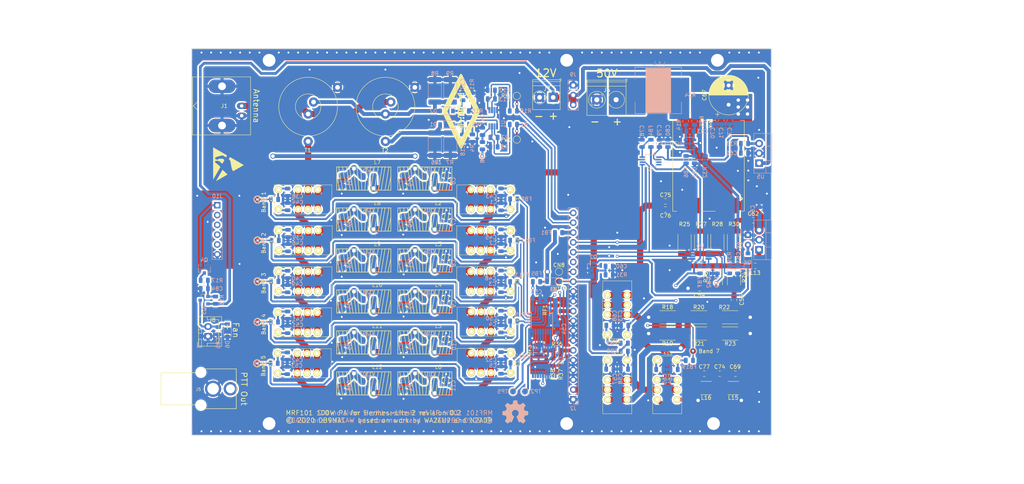
<source format=kicad_pcb>
(kicad_pcb (version 20221018) (generator pcbnew)
  (title_block (title "Hermes-Lite 2.0") (date "2019-02-23") (rev "2.0-build8") (company "SofterHardware") (comment 1 "KF7O Steve Haynal"))
  (layers (0 "F.Cu" signal) (1 "In1.Cu" signal) (2 "In2.Cu" signal) (31 "B.Cu" signal) (34 "B.Paste" user) (35 "F.Paste" user) (36 "B.SilkS" user "B.Silkscreen") (37 "F.SilkS" user "F.Silkscreen") (38 "B.Mask" user) (39 "F.Mask" user) (44 "Edge.Cuts" user))
  (net 0 "")
  (net 1 "+3V3")
  (net 2 "GND")
  (net 3 "INTTR")
  (net 4 "EXTTR")
  (net 5 "Band1")
  (net 6 "Band2")
  (net 7 "Band3")
  (net 8 "Band4")
  (net 9 "Band5")
  (net 10 "Net-(C12-Pad1)")
  (net 11 "Net-(C13-Pad1)")
  (net 12 "Net-(C14-Pad1)")
  (net 13 "Net-(C15-Pad1)")
  (net 14 "Net-(C10-Pad2)")
  (net 15 "Net-(C11-Pad2)")
  (net 16 "Net-(C12-Pad2)")
  (net 17 "Net-(C13-Pad2)")
  (net 18 "Net-(C14-Pad2)")
  (net 19 "Net-(C15-Pad2)")
  (net 20 "Net-(C16-Pad2)")
  (net 21 "Net-(C17-Pad2)")
  (net 22 "Net-(C18-Pad2)")
  (net 23 "Net-(C25-Pad2)")
  (net 24 "Net-(C26-Pad2)")
  (net 25 "Net-(C27-Pad2)")
  (net 26 "Net-(C28-Pad2)")
  (net 27 "Net-(C29-Pad2)")
  (net 28 "Net-(C30-Pad2)")
  (net 29 "Net-(C37-Pad2)")
  (net 30 "Net-(C56-Pad2)")
  (net 31 "Net-(C56-Pad1)")
  (net 32 "Net-(C58-Pad1)")
  (net 33 "Net-(C59-Pad1)")
  (net 34 "Net-(C62-Pad1)")
  (net 35 "Net-(C62-Pad2)")
  (net 36 "Band7")
  (net 37 "Net-(C68-Pad1)")
  (net 38 "Net-(C69-Pad2)")
  (net 39 "Net-(C69-Pad1)")
  (net 40 "Net-(C74-Pad1)")
  (net 41 "Net-(C75-Pad2)")
  (net 42 "TX_high")
  (net 43 "Net-(C77-Pad1)")
  (net 44 "Net-(D1-Pad2)")
  (net 45 "Net-(D2-Pad2)")
  (net 46 "Net-(D4-Pad2)")
  (net 47 "Net-(FB1-Pad2)")
  (net 48 "Net-(J1-Pad1)")
  (net 49 "HL2_RF")
  (net 50 "Net-(J2-Pad6)")
  (net 51 "Net-(J2-Pad10)")
  (net 52 "Net-(J2-Pad14)")
  (net 53 "SDA")
  (net 54 "SCL")
  (net 55 "Net-(J6-Pad1)")
  (net 56 "Net-(K1-Pad2)")
  (net 57 "Filter_In")
  (net 58 "Net-(K2-Pad2)")
  (net 59 "Net-(K3-Pad2)")
  (net 60 "Net-(K4-Pad2)")
  (net 61 "Net-(K6-Pad2)")
  (net 62 "Filter_Out")
  (net 63 "Net-(K7-Pad2)")
  (net 64 "Net-(K8-Pad2)")
  (net 65 "Net-(K10-Pad3)")
  (net 66 "Net-(K11-Pad2)")
  (net 67 "HL2_TX")
  (net 68 "Net-(K12-Pad2)")
  (net 69 "Net-(K13-Pad2)")
  (net 70 "Net-(L13-Pad2)")
  (net 71 "Net-(L13-Pad1)")
  (net 72 "FWD_DET")
  (net 73 "Net-(R1-Pad2)")
  (net 74 "Net-(R2-Pad1)")
  (net 75 "Net-(R4-Pad2)")
  (net 76 "Net-(R10-Pad1)")
  (net 77 "Net-(R12-Pad1)")
  (net 78 "Net-(R13-Pad2)")
  (net 79 "RFL_DET")
  (net 80 "Net-(R25-Pad2)")
  (net 81 "Net-(R27-Pad2)")
  (net 82 "Net-(R28-Pad2)")
  (net 83 "Net-(TP5-Pad1)")
  (net 84 "Net-(U3-Pad7)")
  (net 85 "Net-(U3-Pad8)")
  (net 86 "Net-(U3-Pad10)")
  (net 87 "Net-(U3-Pad11)")
  (net 88 "Net-(U3-Pad12)")
  (net 89 "Net-(U3-Pad13)")
  (net 90 "Net-(U3-Pad14)")
  (net 91 "Net-(U3-Pad15)")
  (net 92 "Net-(U3-Pad16)")
  (net 93 "Net-(U3-Pad18)")
  (net 94 "Net-(C67-Pad1)")
  (net 95 "Net-(C61-Pad1)")
  (net 96 "+12V")
  (net 97 "Net-(U4-Pad2)")
  (net 98 "Net-(U4-Pad15)")
  (net 99 "Net-(C47-Pad2)")
  (net 100 "Net-(C54-Pad2)")
  (net 101 "Net-(C78-Pad2)")
  (net 102 "Vipa")
  (net 103 "Vtemp")
  (net 104 "Net-(C81-Pad1)")
  (net 105 "Net-(C82-Pad1)")
  (net 106 "Net-(C83-Pad2)")
  (net 107 "Net-(C83-Pad1)")
  (net 108 "Net-(L14-Pad2)")
  (net 109 "Net-(U2-Pad3)")
  (net 110 "Net-(U2-Pad4)")
  (net 111 "Net-(C1-Pad2)")
  (net 112 "Net-(C2-Pad2)")
  (net 113 "Net-(C3-Pad2)")
  (net 114 "Net-(C4-Pad2)")
  (net 115 "Net-(C5-Pad2)")
  (net 116 "Net-(C38-Pad2)")
  (net 117 "Net-(C39-Pad2)")
  (net 118 "Net-(C40-Pad2)")
  (net 119 "Net-(C41-Pad2)")
  (net 120 "Net-(C42-Pad2)")
  (net 121 "Net-(C64-Pad2)")
  (net 122 "Net-(C84-Pad2)")
  (net 123 "Net-(C85-Pad2)")
  (net 124 "Net-(J3-Pad1)")
  (net 125 "Net-(J10-Pad5)")
  (net 126 "Net-(J10-Pad4)")
  (net 127 "Net-(J10-Pad3)")
  (net 128 "Net-(J10-Pad2)")
  (net 129 "Net-(J10-Pad1)")
  (net 130 "Net-(Q4-Pad3)")
  (net 131 "Net-(TP2-Pad1)")
  (net 132 "Net-(R29-Pad2)")
  (net 133 "Net-(C63-Pad2)")
  (net 134 "Net-(R39-Pad2)")
  (footprint "Capacitor_SMD:C_0805_2012Metric" (layer "F.Cu") (at 210.3 105 -90)
    (fp_text reference "C56")
    (fp_text value "100n")
  )
  (footprint "Capacitor_SMD:C_0805_2012Metric" (layer "F.Cu") (at 201.4 102 180)
    (fp_text reference "C59")
    (fp_text value "100n")
  )
  (footprint "Capacitor_THT:CP_Radial_D10.0mm_P5.00mm" (layer "F.Cu") (at 208.9 54.5 90)
    (fp_text reference "C67")
    (fp_text value "330u/ 63V")
  )
  (footprint "Capacitor_SMD:C_0805_2012Metric" (layer "F.Cu") (at 210.6625 124.1)
    (fp_text reference "C69")
    (fp_text value "1500p")
  )
  (footprint "Capacitor_SMD:C_0805_2012Metric" (layer "F.Cu") (at 192.5625 79.5)
    (fp_text reference "C75")
    (fp_text value "100n")
  )
  (footprint "Capacitor_SMD:C_0805_2012Metric" (layer "F.Cu") (at 192.55 81.6)
    (fp_text reference "C76")
    (fp_text value "100n")
  )
  (footprint "Capacitor_SMD:C_0805_2012Metric" (layer "F.Cu") (at 202.6 124.1)
    (fp_text reference "C77")
    (fp_text value "1500p")
  )
  (footprint "Connector_Coaxial:BNC_Amphenol_B6252HB-NPP3G-50_Horizontal" (layer "F.Cu") (at 82.9 54.8 90)
    (fp_text reference "J1")
    (fp_text value "Antenna")
  )
  (footprint "Connector_Coaxial:U.FL_Hirose_U.FL-R-SMT-1_Vertical" (layer "F.Cu") (at 160.2 118.1 180)
    (fp_text reference "J3" hide)
    (fp_text value "RF3" hide)
  )
  (footprint "Connector_Coaxial:U.FL_Hirose_U.FL-R-SMT-1_Vertical" (layer "F.Cu") (at 164.4 107.9 180)
    (fp_text reference "J4" hide)
    (fp_text value "RF1" hide)
  )
  (footprint "n2adr:PhonoRcaRCJ-04x" (layer "F.Cu") (at 71.5 128 90)
    (fp_text reference "J5")
    (fp_text value "RCJ-041")
  )
  (footprint "n2adr:RelayDPDT01" (layer "F.Cu") (at 180.1 125.7 -90)
    (fp_text reference "K11")
    (fp_text value "EC2-3NU")
  )
  (footprint "n2adr:RelayDPDT01" (layer "F.Cu") (at 193 125.7 -90)
    (fp_text reference "K13")
    (fp_text value "EC2-3NU")
  )
  (footprint "Inductor_SMD:L_0805_2012Metric" (layer "F.Cu") (at 215.8 96.2)
    (fp_text reference "L13")
    (fp_text value "47n")
  )
  (footprint "Inductor_SMD:L_1812_4532Metric" (layer "F.Cu") (at 210.1 127.8)
    (fp_text reference "L15")
    (fp_text value "1.8u")
  )
  (footprint "Inductor_SMD:L_1812_4532Metric" (layer "F.Cu") (at 203.1 127.8 180)
    (fp_text reference "L16")
    (fp_text value "1.8u")
  )
  (footprint "Resistor_SMD:R_2512_6332Metric" (layer "F.Cu") (at 193.1 109.5)
    (fp_text reference "R18")
    (fp_text value "300")
  )
  (footprint "Resistor_SMD:R_2512_6332Metric" (layer "F.Cu") (at 193.1 113.7)
    (fp_text reference "R19")
    (fp_text value "300")
  )
  (footprint "Resistor_SMD:R_2512_6332Metric" (layer "F.Cu") (at 201.2 109.5)
    (fp_text reference "R20")
    (fp_text value "75")
  )
  (footprint "Resistor_SMD:R_2512_6332Metric" (layer "F.Cu") (at 201.2 113.7 180)
    (fp_text reference "R21")
    (fp_text value "75")
  )
  (footprint "Resistor_SMD:R_2512_6332Metric" (layer "F.Cu") (at 209.3 109.5 180)
    (fp_text reference "R22")
    (fp_text value "300")
  )
  (footprint "Resistor_SMD:R_2512_6332Metric" (layer "F.Cu") (at 209.3 113.7 180)
    (fp_text reference "R23")
    (fp_text value "300")
  )
  (footprint "Resistor_SMD:R_2512_6332Metric" (layer "F.Cu") (at 197.5 90.1 90)
    (fp_text reference "R25")
    (fp_text value "100")
  )
  (footprint "Resistor_SMD:R_2512_6332Metric" (layer "F.Cu") (at 201.8 90.1 -90)
    (fp_text reference "R27")
    (fp_text value "100")
  )
  (footprint "Resistor_SMD:R_2512_6332Metric" (layer "F.Cu") (at 206 90.1 90)
    (fp_text reference "R28")
    (fp_text value "100")
  )
  (footprint "TestPoint:TestPoint_Pad_D1.5mm" (layer "F.Cu") (at 154.1 63.5)
    (fp_text reference "TP1" hide)
    (fp_text value "P8")
  )
  (footprint "TestPoint:TestPoint_Pad_D1.5mm" (layer "F.Cu") (at 154.1 52.2)
    (fp_text reference "TP3" hide)
    (fp_text value "P8")
  )
  (footprint "TestPoint:TestPoint_Pad_D1.5mm" (layer "F.Cu") (at 165 97.7)
    (fp_text reference "TP6" hide)
    (fp_text value "P8")
  )
  (footprint "TestPoint:TestPoint_Pad_D1.5mm" (layer "F.Cu") (at 165 100.2)
    (fp_text reference "TP7" hide)
    (fp_text value "P14")
  )
  (footprint "TestPoint:TestPoint_Pad_D1.5mm" (layer "F.Cu") (at 87 79)
    (fp_text reference "TP8" hide)
    (fp_text value "P8")
  )
  (footprint "TestPoint:TestPoint_Pad_D1.5mm" (layer "F.Cu") (at 87 89.6)
    (fp_text reference "TP9" hide)
    (fp_text value "P8")
  )
  (footprint "TestPoint:TestPoint_Pad_D1.5mm" (layer "F.Cu") (at 87 110.7)
    (fp_text reference "TP11" hide)
    (fp_text value "P8")
  )
  (footprint "TestPoint:TestPoint_Pad_D1.5mm" (layer "F.Cu") (at 86.9 121.4)
    (fp_text reference "TP12" hide)
    (fp_text value "P8")
  )
  (footprint "TestPoint:TestPoint_Pad_D1.5mm" (layer "F.Cu") (at 199.7 118.25)
    (fp_text reference "TP14" hide)
    (fp_text value "P8")
  )
  (footprint "n2adr:RelayDPDT01" (layer "F.Cu") (at 147.3 79 180)
    (fp_text reference "K1")
    (fp_text value "EC2-3NU")
  )
  (footprint "n2adr:RelayDPDT01" (layer "F.Cu") (at 97.5 79)
    (fp_text reference "K6")
    (fp_text value "EC2-3NU")
  )
  (footprint "T50:T50_V_THT" (layer "F.Cu") (at 130.3 84.2 180)
    (fp_text reference "L2")
    (fp_text value "385n")
  )
  (footprint "T50:T50_V_THT" (layer "F.Cu") (at 114.5 84.2 180)
    (fp_text reference "L8")
    (fp_text value "385n")
  )
  (footprint "T50:T50_V_THT" (layer "F.Cu") (at 114.5 73.6 180)
    (fp_text reference "L7")
    (fp_text value "224n")
  )
  (footprint "T50:T50_V_THT" (layer "F.Cu") (at 130.3 73.6 180)
    (fp_text reference "L1")
    (fp_text value "224n")
  )
  (footprint "T50:T50_V_THT" (layer "F.Cu") (at 130.3 126.6 180)
    (fp_text reference "L6")
    (fp_text value "3.1u")
  )
  (footprint "T50:T50_V_THT" (layer "F.Cu") (at 114.5 126.6 180)
    (fp_text reference "L12")
    (fp_text value "3.1u")
  )
  (footprint "T50:T50_Coupler" (layer "F.Cu") (at 128.1 50 180)
    (fp_text reference "T2")
    (fp_text value "Coupler")
  )
  (footprint "T50:T50_Coupler" (layer "F.Cu") (at 108.1 50 180)
    (fp_text reference "T1")
    (fp_text value "Coupler")
  )
  (footprint "n2adr:RelayDPDT01" (layer "F.Cu") (at 180.1 108.84 90)
    (fp_text reference "K12")
    (fp_text value "EC2-3NU")
  )
  (footprint "Resistor_SMD:R_2512_6332Metric" (layer "F.Cu") (at 205.6 99.1 -90)
    (fp_text reference "R26")
    (fp_text value "51")
  )
  (footprint "Capacitor_SMD:C_0805_2012Metric" (layer "F.Cu") (at 215.3 84.4 180)
    (fp_text reference "C62")
    (fp_text value "100n")
  )
  (footprint "TestPoint:TestPoint_Pad_D1.5mm" (layer "F.Cu") (at 87 100.2)
    (fp_text reference "TP10" hide)
    (fp_text value "P8")
  )
  (footprint "TerminalBlock_Phoenix:TerminalBlock_Phoenix_PT-1,5-2-3.5-H_1x02_P3.50mm_Horizontal" (layer "F.Cu") (at 163.5 52.6 180)
    (fp_text reference "J7")
    (fp_text value "12V")
  )
  (footprint "TerminalBlock_Phoenix:TerminalBlock_Phoenix_PT-1,5-2-5.0-H_1x02_P5.00mm_Horizontal" (layer "F.Cu") (at 179.8 53.2 180)
    (fp_text reference "J6")
    (fp_text value "50VDC")
  )
  (footprint "Capacitor_SMD:C_0805_2012Metric" (layer "F.Cu") (at 206.6 124.1)
    (fp_text reference "C74")
    (fp_text value "680p")
  )
  (footprint "Symbol:ESD-Logo_8.9x8mm_SilkScreen" (layer "F.Cu") (at 79.5 69.9 -90)
    (fp_text reference "REF**" hide)
    (fp_text value "ESD-Logo_8.9x8mm_SilkScreen" hide)
  )
  (footprint "Symbol:OSHW-Symbol_6.7x6mm_SilkScreen" (layer "F.Cu") (at 153.7 134)
    (fp_text reference "REF**" hide)
    (fp_text value "OSHW-Symbol_6.7x6mm_SilkScreen" hide)
  )
  (footprint "n2adr:m3" (layer "F.Cu") (at 90 137)
    (fp_text reference "MH" hide)
    (fp_text value "VAL**" hide)
  )
  (footprint "n2adr:m3" (layer "F.Cu") (at 167 137)
    (fp_text reference "MH" hide)
    (fp_text value "VAL**" hide)
  )
  (footprint "n2adr:m3" (layer "F.Cu") (at 205 137)
    (fp_text reference "MH" hide)
    (fp_text value "VAL**" hide)
  )
  (footprint "n2adr:m3" (layer "F.Cu") (at 206 43)
    (fp_text reference "MH" hide)
    (fp_text value "VAL**" hide)
  )
  (footprint "n2adr:m3" (layer "F.Cu") (at 167 43)
    (fp_text reference "MH" hide)
    (fp_text value "VAL**" hide)
  )
  (footprint "n2adr:m3" (layer "F.Cu") (at 90 43)
    (fp_text reference "MH" hide)
    (fp_text value "VAL**" hide)
  )
  (footprint "Resistor_SMD:R_0805_2012Metric" (layer "F.Cu") (at 164.5 118.1)
    (fp_text reference "R36")
    (fp_text value "TBD")
  )
  (footprint "Resistor_SMD:R_0805_2012Metric" (layer "F.Cu") (at 165.5 121.1 90)
    (fp_text reference "R37")
    (fp_text value "TBD")
  )
  (footprint "Resistor_SMD:R_0805_2012Metric" (layer "F.Cu") (at 163.4 121.1 90)
    (fp_text reference "R38")
    (fp_text value "TBD")
  )
  (footprint "Resistor_SMD:R_2512_6332Metric" (layer "F.Cu") (at 210.3 99.1 -90)
    (fp_text reference "R24")
    (fp_text value "27")
  )
  (footprint "Resistor_SMD:R_2512_6332Metric" (layer "F.Cu") (at 210.3 90.1 90)
    (fp_text reference "R30")
    (fp_text value "100")
  )
  (footprint "n2adr:SignalCommunications-WE-DCT" (layer "F.Cu") (at 203.7 70.3 90)
    (fp_text reference "T3")
    (fp_text value "744851330" hide)
  )
  (footprint "Connector_JST:JST_XH_B2B-XH-A_1x02_P2.50mm_Vertical" (layer "F.Cu") (at 74.2 114.4 90)
    (fp_text reference "J8")
    (fp_text value "Fan")
  )
  (footprint "T50:T50_V_THT" (layer "F.Cu") (at 130.3 116 180)
    (fp_text reference "L5")
    (fp_text value "1.7u")
  )
  (footprint "T50:T50_V_THT" (layer "F.Cu") (at 130.3 105.4 180)
    (fp_text reference "L4")
    (fp_text value "1.1u")
  )
  (footprint "n2adr:RelayDPDT01" (layer "F.Cu") (at 97.6 89.6)
    (fp_text reference "K7")
    (fp_text value "EC2-3NU")
  )
  (footprint "n2adr:RelayDPDT01" (layer "F.Cu") (at 97.5 100.2)
    (fp_text reference "K8")
    (fp_text value "EC2-3NU")
  )
  (footprint "n2adr:RelayDPDT01" (layer "F.Cu") (at 97.3 121.4)
    (fp_text reference "K10")
    (fp_text value "EC2-3NU")
  )
  (footprint "n2adr:RelayDPDT01" (layer "F.Cu") (at 97.4 110.8)
    (fp_text reference "K9")
    (fp_text value "EC2-3NU")
  )
  (footprint "T50:T50_V_THT" (layer "F.Cu") (at 130.3 94.8 180)
    (fp_text reference "L3")
    (fp_text value "680n")
  )
  (footprint "T50:T50_V_THT" (layer "F.Cu") (at 114.5 105.4 180)
    (fp_text reference "L10")
    (fp_text value "1.1u")
  )
  (footprint "T50:T50_V_THT" (layer "F.Cu") (at 114.5 116 180)
    (fp_text reference "L11")
    (fp_text value "1.7u")
  )
  (footprint "T50:T50_V_THT" (layer "F.Cu") (at 114.5 94.8 180)
    (fp_text reference "L9")
    (fp_text value "680n")
  )
  (footprint "n2adr:RelayDPDT01" (layer "F.Cu") (at 147.4 110.6 180)
    (fp_text reference "K4")
    (fp_text value "EC2-3NU")
  )
  (footprint "n2adr:RelayDPDT01" (layer "F.Cu") (at 147.3 89.6 180)
    (fp_text reference "K2")
    (fp_text value "EC2-3NU")
  )
  (footprint "n2adr:RelayDPDT01" (layer "F.Cu") (at 147.3 100.2 180)
    (fp_text reference "K3")
    (fp_text value "EC2-3NU")
  )
  (footprint "n2adr:RelayDPDT01" (layer "F.Cu") (at 147.4 121.3 180)
    (fp_text reference "K5")
    (fp_text value "EC2-3NU")
  )
  (footprint "n2adr:Ham_Logo" (layer "F.Cu") (at 139.4 56.2)
    (fp_text reference "G***" hide)
    (fp_text value "LOGO" hide)
  )
  (footprint "Capacitor_SMD:C_0805_2012Metric" (layer "B.Cu") (at 140.1 52.4 -90)
    (fp_text reference "C37")
    (fp_text value "100n")
  )
  (footprint "Capacitor_SMD:C_0805_2012Metric" (layer "B.Cu") (at 145.2 61.4 -90)
    (fp_text reference "C47")
    (fp_text value "100n")
  )
  (footprint "Capacitor_SMD:C_0805_2012Metric" (layer "B.Cu") (at 178.1625 122.9)
    (fp_text reference "C57")
    (fp_text value "100n")
  )
  (footprint "Capacitor_SMD:C_0805_2012Metric" (layer "B.Cu") (at 181.9375 122.9 180)
    (fp_text reference "C58")
    (fp_text value "100n")
  )
  (footprint "Capacitor_SMD:C_0805_2012Metric" (layer "B.Cu") (at 178 96.3)
    (fp_text reference "C60")
    (fp_text value "100n")
  )
  (footprint "Capacitor_SMD:C_0805_2012Metric" (layer "B.Cu") (at 194.8 123)
    (fp_text reference "C64")
    (fp_text value "100n")
  )
  (footprint "Capacitor_SMD:C_0805_2012Metric" (layer "B.Cu") (at 191.1 123 180)
    (fp_text reference "C65")
    (fp_text value "100n")
  )
  (footprint "Capacitor_SMD:C_0805_2012Metric" (layer "B.Cu") (at 204.8 58.5375 90)
    (fp_text reference "C70")
    (fp_text value "100n")
  )
  (footprint "Capacitor_SMD:C_0805_2012Metric" (layer "B.Cu") (at 207 58.55 90)
    (fp_text reference "C71")
    (fp_text value "100n")
  )
  (footprint "Capacitor_SMD:C_0805_2012Metric" (layer "B.Cu") (at 209.2 58.5375 90)
    (fp_text reference "C72")
    (fp_text value "1000p")
  )
  (footprint "Diode_SMD:D_SOD-123" (layer "B.Cu") (at 135.9 59.6 180)
    (fp_text reference "D1")
    (fp_text value "1N5711")
  )
  (footprint "Diode_SMD:D_SOD-123" (layer "B.Cu") (at 135.9 56.1 180)
    (fp_text reference "D2")
    (fp_text value "1N5711")
  )
  (footprint "Diode_SMD:D_SOD-123" (layer "B.Cu") (at 163.6 100.3)
    (fp_text reference "D3")
    (fp_text value "1N4148")
  )
  (footprint "Diode_SMD:D_SOD-123" (layer "B.Cu") (at 213.9 94.65 90)
    (fp_text reference "D4")
    (fp_text value "PDZ5.1BGWJ")
  )
  (footprint "Inductor_SMD:L_0805_2012Metric" (layer "B.Cu") (at 181.9 116.2 180)
    (fp_text reference "FB3")
    (fp_text value "FB")
  )
  (footprint "Connector_PinSocket_2.54mm:PinSocket_1x20_P2.54mm_Vertical" (layer "B.Cu") (at 168.7 130.75)
    (fp_text reference "J2")
    (fp_text value "HL2")
  )
  (footprint "n2adr:SignalCommunications-WE-PF_7427929XXX" (layer "B.Cu") (at 190.7 50.8)
    (fp_text reference "L14")
    (fp_text value "7427929112" hide)
  )
  (footprint "Package_TO_SOT_SMD:SOT-23" (layer "B.Cu") (at 173.9 96.4 90)
    (fp_text reference "Q2")
    (fp_text value "2N7002")
  )
  (footprint "Resistor_SMD:R_0805_2012Metric" (layer "B.Cu") (at 153.2 59.6 180)
    (fp_text reference "R1")
    (fp_text value "100")
  )
  (footprint "Resistor_SMD:R_0805_2012Metric" (layer "B.Cu") (at 148.2 62.95 180)
    (fp_text reference "R2")
    (fp_text value "0")
  )
  (footprint "Resistor_SMD:R_0805_2012Metric" (layer "B.Cu") (at 148.2 65.4 180)
    (fp_text reference "R3")
    (fp_text value "DNI")
  )
  (footprint "Resistor_SMD:R_0805_2012Metric" (layer "B.Cu") (at 142.6 63.1375 90)
    (fp_text reference "R4")
    (fp_text value "56k")
  )
  (footprint "Resistor_SMD:R_0805_2012Metric" (layer "B.Cu") (at 140.8 59.6 180)
    (fp_text reference "R5")
    (fp_text value "100k")
  )
  (footprint "Resistor_SMD:R_2512_6332Metric" (layer "B.Cu") (at 132.9 64.7 90)
    (fp_text reference "R6")
    (fp_text value "100")
  )
  (footprint "Resistor_SMD:R_2512_6332Metric" (layer "B.Cu") (at 136.9 64.7 -90)
    (fp_text reference "R7")
    (fp_text value "100")
  )
  (footprint "Resistor_SMD:R_2512_6332Metric" (layer "B.Cu") (at 136.9 50.9 90)
    (fp_text reference "R9")
    (fp_text value "100")
  )
  (footprint "Resistor_SMD:R_0805_2012Metric" (layer "B.Cu") (at 140.7375 56.1 180)
    (fp_text reference "R10")
    (fp_text value "100k")
  )
  (footprint "Resistor_SMD:R_0805_2012Metric" (layer "B.Cu") (at 142.5 52.4 -90)
    (fp_text reference "R11")
    (fp_text value "56k")
  )
  (footprint "Resistor_SMD:R_0805_2012Metric" (layer "B.Cu") (at 147.5 50.75 180)
    (fp_text reference "R12")
    (fp_text value "DNI")
  )
  (footprint "Resistor_SMD:R_0805_2012Metric" (layer "B.Cu") (at 147.5 53 180)
    (fp_text reference "R13")
    (fp_text value "0")
  )
  (footprint "Resistor_SMD:R_0805_2012Metric" (layer "B.Cu") (at 153.2 56.1)
    (fp_text reference "R15")
    (fp_text value "100")
  )
  (footprint "Resistor_SMD:R_0805_2012Metric" (layer "B.Cu") (at 178 98.5)
    (fp_text reference "R31")
    (fp_text value "100k")
  )
  (footprint "Resistor_SMD:R_0805_2012Metric" (layer "B.Cu") (at 202.8 68.7 -90)
    (fp_text reference "R32")
    (fp_text value "47k")
  )
  (footprint "TestPoint:TestPoint_Pad_D1.5mm" (layer "B.Cu") (at 153.1 128.7 180)
    (fp_text reference "TP5")
    (fp_text value "P8")
  )
  (footprint "Package_SO:MSOP-8_3x3mm_P0.65mm" (layer "B.Cu") (at 148 58 -90)
    (fp_text reference "U1")
    (fp_text value "MCP6282E/MS")
  )
  (footprint "Inductor_SMD:L_0805_2012Metric" (layer "B.Cu") (at 164.9 87.6)
    (fp_text reference "FB1")
    (fp_text value "FB")
  )
  (footprint "Capacitor_SMD:C_0805_2012Metric" (layer "B.Cu") (at 150 77.1 90)
    (fp_text reference "C43")
    (fp_text value "100n")
  )
  (footprint "Capacitor_SMD:C_0805_2012Metric" (layer "B.Cu") (at 94.8 77.1375 90)
    (fp_text reference "C38")
    (fp_text value "100n")
  )
  (footprint "Capacitor_SMD:C_0805_2012Metric" (layer "B.Cu") (at 94.8 80.8625 -90)
    (fp_text reference "C44")
    (fp_text value "100n")
  )
  (footprint "Capacitor_SMD:C_1206_3216Metric" (layer "B.Cu") (at 115.7 73.1 180)
    (fp_text reference "C25")
    (fp_text value "39p")
  )
  (footprint "Capacitor_SMD:C_1206_3216Metric" (layer "B.Cu") (at 124.7 74.2 90)
    (fp_text reference "C19")
    (fp_text value "180p")
  )
  (footprint "Capacitor_SMD:C_1206_3216Metric" (layer "B.Cu") (at 108.9 74.2 90)
    (fp_text reference "C31")
    (fp_text value "100p")
  )
  (footprint "Capacitor_SMD:C_0805_2012Metric" (layer "B.Cu") (at 150 80.9 -90)
    (fp_text reference "C1")
    (fp_text value "100n")
  )
  (footprint "Capacitor_SMD:C_1206_3216Metric" (layer "B.Cu") (at 135.9 74.2 -90)
    (fp_text reference "C6")
    (fp_text value "100p")
  )
  (footprint "Capacitor_SMD:C_1206_3216Metric" (layer "B.Cu") (at 131.5 73.1 180)
    (fp_text reference "C12")
    (fp_text value "39p")
  )
  (footprint "Capacitor_SMD:C_0805_2012Metric" (layer "B.Cu") (at 216.8 81.9375 -90)
    (fp_text reference "C66")
    (fp_text value "220p")
  )
  (footprint "Capacitor_SMD:C_0805_2012Metric" (layer "B.Cu") (at 182 111.6 180)
    (fp_text reference "C73")
    (fp_text value "100n")
  )
  (footprint "Capacitor_SMD:C_0805_2012Metric" (layer "B.Cu") (at 178.2 111.6)
    (fp_text reference "C68")
    (fp_text value "100n")
  )
  (footprint "Diode_THT:D_DO-35_SOD27_P2.54mm_Vertical_KathodeUp" (layer "B.Cu") (at 213.9 88.2 -90)
    (fp_text reference "D5")
    (fp_text value "1N4148")
  )
  (footprint "Package_TO_SOT_THT:TO-220-3_Vertical" (layer "B.Cu") (at 216.8 92 90)
    (fp_text reference "Q1")
    (fp_text value "MRF101AN")
  )
  (footprint "Resistor_SMD:R_2512_6332Metric" (layer "B.Cu") (at 132.9 50.9 -90)
    (fp_text reference "R8")
    (fp_text value "100")
  )
  (footprint "Connector_PinSocket_2.54mm:PinSocket_1x03_P2.54mm_Vertical" (layer "B.Cu") (at 168.7 49.46 180)
    (fp_text reference "J9")
    (fp_text value "HL2_12V")
  )
  (footprint "Inductor_SMD:L_0805_2012Metric" (layer "B.Cu") (at 181.9 118.3 180)
    (fp_text reference "FB2")
    (fp_text value "FB")
  )
  (footprint "Capacitor_SMD:C_0805_2012Metric" (layer "B.Cu") (at 159.2 104.5 180)
    (fp_text reference "C55")
    (fp_text value "100n")
  )
  (footprint "Capacitor_SMD:C_0805_2012Metric" (layer "B.Cu") (at 164.6 112.5 -90)
    (fp_text reference "C54")
    (fp_text value "100n")
  )
  (footprint "Package_SO:TSSOP-16_4.4x5mm_P0.65mm" (layer "B.Cu") (at 160.55 110.25 90)
    (fp_text reference "U4")
    (fp_text value "ULN2003")
  )
  (footprint "Package_SO:SSOP-20_5.3x7.2mm_P0.65mm" (layer "B.Cu") (at 161.2 120.75 90)
    (fp_text reference "U3")
    (fp_text value "MCP23008")
  )
  (footprint "Capacitor_SMD:C_0805_2012Metric" (layer "B.Cu") (at 140.1 63.1375 90)
    (fp_text reference "C18")
    (fp_text value "100n")
  )
  (footprint "Capacitor_SMD:C_0805_2012Metric" (layer "B.Cu") (at 186.5 64.5 -90)
    (fp_text reference "C78")
    (fp_text value "100n")
  )
  (footprint "Capacitor_SMD:C_0805_2012Metric" (layer "B.Cu") (at 191 64.5 -90)
    (fp_text reference "C79")
    (fp_text value "4n7")
  )
  (footprint "Capacitor_SMD:C_0805_2012Metric" (layer "B.Cu") (at 193.2 64.5 -90)
    (fp_text reference "C80")
    (fp_text value "4n7")
  )
  (footprint "Capacitor_SMD:C_0805_2012Metric" (layer "B.Cu") (at 200.1 68.7 -90)
    (fp_text reference "C81")
    (fp_text value "100n")
  )
  (footprint "Capacitor_SMD:C_0805_2012Metric" (layer "B.Cu") (at 203.7 97.2 -90)
    (fp_text reference "C82")
    (fp_text value "100n")
  )
  (footprint "Capacitor_SMD:C_0805_2012Metric" (layer "B.Cu") (at 198.9 61.4)
    (fp_text reference "C83")
    (fp_text value "DNI")
  )
  (footprint "Inductor_SMD:L_0805_2012Metric" (layer "B.Cu") (at 159.2 100.3 180)
    (fp_text reference "FB5")
    (fp_text value "FB")
  )
  (footprint "Inductor_SMD:L_0805_2012Metric" (layer "B.Cu") (at 197.9 68.7 -90)
    (fp_text reference "FB6")
    (fp_text value "FB")
  )
  (footprint "Inductor_SMD:L_0805_2012Metric" (layer "B.Cu") (at 201.5 97.2 -90)
    (fp_text reference "FB7")
    (fp_text value "FB")
  )
  (footprint "Inductor_SMD:L_0805_2012Metric" (layer "B.Cu") (at 145.2 65.1 -90)
    (fp_text reference "FB8")
    (fp_text value "FB")
  )
  (footprint "Resistor_SMD:R_0805_2012Metric" (layer "B.Cu") (at 197.8 58.75 90)
    (fp_text reference "R14")
    (fp_text value "JNC")
  )
  (footprint "Resistor_SMD:R_0612_1632Metric" (layer "B.Cu") (at 198.95 54.7 180)
    (fp_text reference "R34")
    (fp_text value "0.036")
  )
  (footprint "Resistor_SMD:R_0805_2012Metric" (layer "B.Cu") (at 200.1 58.75 90)
    (fp_text reference "R35")
    (fp_text value "JNC")
  )
  (footprint "n2adr:MAX11613" (layer "B.Cu") (at 188.7 69.025 -90)
    (fp_text reference "U2")
    (fp_text value "MAX11645")
  )
  (footprint "Package_SO:MSOP-8_3x3mm_P0.65mm" (layer "B.Cu") (at 201.6 93.4)
    (fp_text reference "U6")
    (fp_text value "MCP4561")
  )
  (footprint "Package_TO_SOT_SMD:SOT-23-5" (layer "B.Cu") (at 198.9 64.55)
    (fp_text reference "U7")
    (fp_text value "INA193")
  )
  (footprint "Symbol:OSHW-Symbol_6.7x6mm_SilkScreen" (layer "B.Cu") (at 153.7 134 180)
    (fp_text reference "REF**" hide)
    (fp_text value "OSHW-Symbol_6.7x6mm_SilkScreen" hide)
  )
  (footprint "Capacitor_SMD:C_0805_2012Metric" (layer "B.Cu") (at 73.2375 102.075)
    (fp_text reference "C84")
    (fp_text value "1u")
  )
  (footprint "Capacitor_SMD:C_0805_2012Metric" (layer "B.Cu") (at 76.825 112.975 90)
    (fp_text reference "C85")
    (fp_text value "1u")
  )
  (footprint "Diode_SMD:D_SOD-123" (layer "B.Cu") (at 79.225 112.925 -90)
    (fp_text reference "D6")
    (fp_text value "1N4148W")
  )
  (footprint "Inductor_SMD:L_0805_2012Metric" (layer "B.Cu") (at 153.3 78.9)
    (fp_text reference "FB9")
    (fp_text value "FB")
  )
  (footprint "Inductor_SMD:L_0805_2012Metric" (layer "B.Cu") (at 91.4 79)
    (fp_text reference "FB10")
    (fp_text value "FB")
  )
  (footprint "Inductor_SMD:L_0805_2012Metric" (layer "B.Cu") (at 198.75 120.65)
    (fp_text reference "FB19")
    (fp_text value "FB")
  )
  (footprint "Connector_PinSocket_2.54mm:PinSocket_1x06_P2.54mm_Vertical" (layer "B.Cu") (at 76.58 80.5 180)
    (fp_text reference "J10")
    (fp_text value "DB1")
  )
  (footprint "Package_TO_SOT_SMD:SOT-23" (layer "B.Cu") (at 73.175 105.075 180)
    (fp_text reference "Q3")
    (fp_text value "IRLML6402")
  )
  (footprint "Package_TO_SOT_SMD:SOT-23" (layer "B.Cu") (at 73.25 97.05 -90)
    (fp_text reference "Q4")
    (fp_text value "DTC144E")
  )
  (footprint "Resistor_SMD:R_0805_2012Metric" (layer "B.Cu") (at 76.125 105.075 90)
    (fp_text reference "R16")
    (fp_text value "10k")
  )
  (footprint "Resistor_SMD:R_0805_2012Metric" (layer "B.Cu") (at 73.225 99.925 180)
    (fp_text reference "R17")
    (fp_text value "1k")
  )
  (footprint "TestPoint:TestPoint_Pad_D1.5mm" (layer "B.Cu") (at 156.2 128.7)
    (fp_text reference "TP2")
    (fp_text value "P8")
  )
  (footprint "Resistor_SMD:R_0805_2012Metric" (layer "B.Cu") (at 209.1 97.2 -90)
    (fp_text reference "R39")
    (fp_text value "5k6")
  )
  (footprint "Capacitor_SMD:C_0805_2012Metric" (layer "B.Cu") (at 213 67.008)
    (fp_text reference "C61")
    (fp_text value "1u")
  )
  (footprint "Resistor_SMD:R_0805_2012Metric" (layer "B.Cu") (at 213.0075 64.54 180)
    (fp_text reference "R33")
    (fp_text value "10k")
  )
  (footprint "Package_TO_SOT_THT:TO-220-3_Vertical" (layer "B.Cu") (at 216.8 69.6 90)
    (fp_text reference "U5")
    (fp_text value "LM35-NEB")
  )
  (footprint "Inductor_SMD:L_0805_2012Metric" (layer "B.Cu") (at 188.8 64.5 90)
    (fp_text reference "FB4")
    (fp_text value "FB")
  )
  (footprint "Resistor_SMD:R_0805_2012Metric" (layer "B.Cu") (at 205.9 97.2 90)
    (fp_text reference "R29")
    (fp_text value "2k")
  )
  (footprint "Capacitor_SMD:C_0805_2012Metric" (layer "B.Cu") (at 211.3 97.2 90)
    (fp_text reference "C63")
    (fp_text value "100n")
  )
  (footprint "Inductor_SMD:L_0805_2012Metric" (layer "B.Cu") (at 91.3 121.4)
    (fp_text reference "FB18")
    (fp_text value "FB")
  )
  (footprint "Inductor_SMD:L_0805_2012Metric" (layer "B.Cu") (at 91.3625 110.7)
    (fp_text reference "FB16")
    (fp_text value "FB")
  )
  (footprint "Inductor_SMD:L_0805_2012Metric" (layer "B.Cu") (at 91.4625 100.2)
    (fp_text reference "FB14")
    (fp_text value "FB")
  )
  (footprint "Inductor_SMD:L_0805_2012Metric" (layer "B.Cu") (at 91.5625 89.6)
    (fp_text reference "FB12")
    (fp_text value "FB")
  )
  (footprint "Capacitor_SMD:C_0805_2012Metric" (layer "B.Cu") (at 94.7 123.2625 -90)
    (fp_text reference "C53")
    (fp_text value "100n")
  )
  (footprint "Capacitor_SMD:C_0805_2012Metric" (layer "B.Cu") (at 94.8 112.6625 -90)
    (fp_text reference "C51")
    (fp_text value "100n")
  )
  (footprint "Capacitor_SMD:C_1206_3216Metric" (layer "B.Cu") (at 108.9 127.2 90)
    (fp_text reference "C36")
    (fp_text value "1200p")
  )
  (footprint "Capacitor_SMD:C_0805_2012Metric" (layer "B.Cu") (at 94.9 91.5 -90)
    (fp_text reference "C46")
    (fp_text value "100n")
  )
  (footprint "Capacitor_SMD:C_0805_2012Metric" (layer "B.Cu") (at 94.8 98.4 90)
    (fp_text reference "C40")
    (fp_text value "100n")
  )
  (footprint "Capacitor_SMD:C_1206_3216Metric" (layer "B.Cu") (at 108.9 95.4 90)
    (fp_text reference "C33")
    (fp_text value "390p")
  )
  (footprint "Capacitor_SMD:C_0805_2012Metric" (layer "B.Cu") (at 94.9 87.8 90)
    (fp_text reference "C39")
    (fp_text value "100n")
  )
  (footprint "Capacitor_SMD:C_1206_3216Metric" (layer "B.Cu") (at 108.9 106 90)
    (fp_text reference "C34")
    (fp_text value "560p")
  )
  (footprint "Capacitor_SMD:C_0805_2012Metric" (layer "B.Cu") (at 94.7 119.5375 90)
    (fp_text reference "C42")
    (fp_text value "100n")
  )
  (footprint "Capacitor_SMD:C_1206_3216Metric" (layer "B.Cu") (at 108.9 116.6 90)
    (fp_text reference "C35")
    (fp_text value "560p")
  )
  (footprint "Capacitor_SMD:C_1206_3216Metric" (layer "B.Cu") (at 108.9 84.8 90)
    (fp_text reference "C32")
    (fp_text value "180p")
  )
  (footprint "Capacitor_SMD:C_0805_2012Metric" (layer "B.Cu") (at 94.8 108.9375 90)
    (fp_text reference "C41")
    (fp_text value "100n")
  )
  (footprint "Capacitor_SMD:C_0805_2012Metric" (layer "B.Cu") (at 94.8 102.1 -90)
    (fp_text reference "C49")
    (fp_text value "100n")
  )
  (footprint "Capacitor_SMD:C_1206_3216Metric" (layer "B.Cu") (at 115.7 83.7 180)
    (fp_text reference "C26")
    (fp_text value "56p")
  )
  (footprint "Capacitor_SMD:C_1206_3216Metric" (layer "B.Cu") (at 124.8 95.4 90)
    (fp_text reference "C21")
    (fp_text value "680p")
  )
  (footprint "Capacitor_SMD:C_1206_3216Metric" (layer "B.Cu") (at 131.4 94.3 180)
    (fp_text reference "C14")
    (fp_text value "120p")
  )
  (footprint "Capacitor_SMD:C_1206_3216Metric" (layer "B.Cu") (at 131.4 104.9 180)
    (fp_text reference "C15")
    (fp_text value "150p")
  )
  (footprint "Capacitor_SMD:C_1206_3216Metric" (layer "B.Cu") (at 124.8 127.2 90)
    (fp_text reference "C24")
    (fp_text value "2200p")
  )
  (footprint "Capacitor_SMD:C_1206_3216Metric" (layer "B.Cu") (at 124.8 116.5 90)
    (fp_text reference "C23")
    (fp_text value "1200p")
  )
  (footprint "Capacitor_SMD:C_1206_3216Metric" (layer "B.Cu") (at 124.8 106 90)
    (fp_text reference "C22")
    (fp_text value "1000p")
  )
  (footprint "Capacitor_SMD:C_1206_3216Metric" (layer "B.Cu") (at 131.5 126.1 180)
    (fp_text reference "C17")
    (fp_text value "470p")
  )
  (footprint "Capacitor_SMD:C_1206_3216Metric" (layer "B.Cu") (at 131.4 115.5 180)
    (fp_text reference "C16")
    (fp_text value "220p")
  )
  (footprint "Capacitor_SMD:C_1206_3216Metric" (layer "B.Cu") (at 115.6 126.1 180)
    (fp_text reference "C30")
    (fp_text value "470p")
  )
  (footprint "Capacitor_SMD:C_1206_3216Metric" (layer "B.Cu") (at 115.7 104.9 180)
    (fp_text reference "C28")
    (fp_text value "150p")
  )
  (footprint "Capacitor_SMD:C_1206_3216Metric" (layer "B.Cu") (at 124.7 84.8 90)
    (fp_text reference "C20")
    (fp_text value "330p")
  )
  (footprint "Capacitor_SMD:C_1206_3216Metric" (layer "B.Cu") (at 115.6 115.5 180)
    (fp_text reference "C29")
    (fp_text value "220p")
  )
  (footprint "Capacitor_SMD:C_1206_3216Metric" (layer "B.Cu") (at 115.6 94.3 180)
    (fp_text reference "C27")
    (fp_text value "120p")
  )
  (footprint "Capacitor_SMD:C_1206_3216Metric" (layer "B.Cu") (at 131.5 83.7 180)
    (fp_text reference "C13")
    (fp_text value "56p")
  )
  (footprint "Capacitor_SMD:C_1206_3216Metric" (layer "B.Cu") (at 135.8 95.4 -90)
    (fp_text reference "C8")
    (fp_text value "390p")
  )
  (footprint "Capacitor_SMD:C_1206_3216Metric" (layer "B.Cu") (at 135.9 84.8 -90)
    (fp_text reference "C7")
    (fp_text value "180p")
  )
  (footprint "Capacitor_SMD:C_1206_3216Metric" (layer "B.Cu") (at 135.8 127.2 -90)
    (fp_text reference "C11")
    (fp_text value "1200p")
  )
  (footprint "Capacitor_SMD:C_1206_3216Metric" (layer "B.Cu") (at 135.8 116.6 -90)
    (fp_text reference "C10")
    (fp_text value "560p")
  )
  (footprint "Capacitor_SMD:C_1206_3216Metric" (layer "B.Cu") (at 135.8 106 -90)
    (fp_text reference "C9")
    (fp_text value "560p")
  )
  (footprint "Inductor_SMD:L_0805_2012Metric" (layer "B.Cu") (at 153.3 110.5)
    (fp_text reference "FB15")
    (fp_text value "FB")
  )
  (footprint "Inductor_SMD:L_0805_2012Metric" (layer "B.Cu") (at 153.4 121.3)
    (fp_text reference "FB17")
    (fp_text value "FB")
  )
  (footprint "Inductor_SMD:L_0805_2012Metric" (layer "B.Cu") (at 153.3 100.3)
    (fp_text reference "FB13")
    (fp_text value "FB")
  )
  (footprint "Inductor_SMD:L_0805_2012Metric" (layer "B.Cu") (at 153.3 89.6)
    (fp_text reference "FB11")
    (fp_text value "FB")
  )
  (footprint "Capacitor_SMD:C_0805_2012Metric" (layer "B.Cu") (at 150 108.7375 90)
    (fp_text reference "C50")
    (fp_text value "100n")
  )
  (footprint "Capacitor_SMD:C_0805_2012Metric" (layer "B.Cu") (at 150 119.4375 90)
    (fp_text reference "C52")
    (fp_text value "100n")
  )
  (footprint "Capacitor_SMD:C_0805_2012Metric" (layer "B.Cu") (at 150 87.7 90)
    (fp_text reference "C45")
    (fp_text value "100n")
  )
  (footprint "Capacitor_SMD:C_0805_2012Metric" (layer "B.Cu") (at 150 98.3375 90)
    (fp_text reference "C48")
    (fp_text value "100n")
  )
  (footprint "Capacitor_SMD:C_0805_2012Metric" (layer "B.Cu") (at 150 91.4625 -90)
    (fp_text reference "C2")
    (fp_text value "100n")
  )
  (footprint "Capacitor_SMD:C_0805_2012Metric" (layer "B.Cu") (at 150 123.1625 -90)
    (fp_text reference "C5")
    (fp_text value "100n")
  )
  (footprint "Capacitor_SMD:C_0805_2012Metric" (layer "B.Cu") (at 150 112.5 -90)
    (fp_text reference "C4")
    (fp_text value "100n")
  )
  (footprint "Capacitor_SMD:C_0805_2012Metric" (layer "B.Cu") (at 150 102.0625 -90)
    (fp_text reference "C3")
    (fp_text value "100n")
  )
  (gr_line (start 70 140) (end 70 40) (stroke (width 0.15)) (layer "Edge.Cuts"))
  (gr_line (start 219.95 40) (end 219.95 140) (stroke (width 0.15)) (layer "Edge.Cuts"))
  (gr_line (start 70 140) (end 219.95 140) (stroke (width 0.15)) (layer "Edge.Cuts"))
  (gr_line (start 70 40) (end 219.95 40) (stroke (width 0.15)) (layer "Edge.Cuts"))
  (gr_text "MRF101 100W PA for Hermes-Lite 2 revision 0.2\n© 2020 DB9MAT - based on work by WA2EUJ and N2ADR" (at 148 135.2) (layer "B.SilkS") (effects (font (size 1.2 1.2)) (justify left mirror)))
  (gr_text "+" (at 163.7 57.5 270) (layer "F.SilkS") (effects (font (size 2 2) (thickness 0.3))))
  (gr_text "-" (at 159.8 57.4) (layer "F.SilkS") (effects (font (size 2 2) (thickness 0.3))))
  (gr_text "50V" (at 177.4 46.4) (layer "F.SilkS") (effects (font (size 2 2) (thickness 0.3))))
  (gr_text "+" (at 180.1 59.1 180) (layer "F.SilkS") (effects (font (size 2 2) (thickness 0.3))))
  (gr_text "-" (at 174.3 59.1 180) (layer "F.SilkS") (effects (font (size 2 2) (thickness 0.3))))
  (gr_text "Antenna" (at 86.7 54.8 270) (layer "F.SilkS") (effects (font (size 1.5 1.5) (thickness 0.2))))
  (gr_text "PTT Out" (at 83.5 128 270) (layer "F.SilkS") (effects (font (size 1.5 1.5) (thickness 0.2))))
  (gr_text "-" (at 79.2 113.975 180) (layer "F.SilkS") (effects (font (size 1.5 1.5) (thickness 0.2))))
  (gr_text "Band 2" (at 88.6 90.3 90) (layer "F.SilkS") (effects (font (size 1 1))))
  (gr_text "Band 3" (at 88.6 100.7 90) (layer "F.SilkS") (effects (font (size 1 1))))
  (gr_text "Band 4" (at 88.6 111.3 90) (layer "F.SilkS") (effects (font (size 1 1))))
  (gr_text "Band 5" (at 88.5 122.1 90) (layer "F.SilkS") (effects (font (size 1 1))))
  (gr_text "FWD" (at 151.4 63.6) (layer "F.SilkS") (effects (font (size 1 1))))
  (gr_text "+" (at 79.2 112.1 180) (layer "F.SilkS") (effects (font (size 1.5 1.5) (thickness 0.2))))
  (gr_text "INTTR" (at 165 102.2) (layer "F.SilkS") (effects (font (size 1 1))))
  (gr_text "MRF101 100W PA for Hermes-Lite 2 revision 0.2\n© 2020 DB9MAT - based on work by WA2EUJ and N2ADR" (at 94.2 135.2) (layer "F.SilkS") (effects (font (size 1.2 1.2)) (justify left)))
  (gr_text "RF1" (at 161.4 107.6 90) (layer "F.SilkS") (effects (font (size 1 1))))
  (gr_text "12V" (at 161.6 46.3) (layer "F.SilkS") (effects (font (size 2 2) (thickness 0.3))))
  (gr_text "Fan" (at 81.4 112.8 270) (layer "F.SilkS") (effects (font (size 1.5 1.5) (thickness 0.2))))
  (gr_text "CN8" (at 165 96) (layer "F.SilkS") (effects (font (size 1 1))))
  (gr_text "Band 1" (at 88.6 79.7 90) (layer "F.SilkS") (effects (font (size 1 1))))
  (gr_text "Band 7" (at 203.85 118.25) (layer "F.SilkS") (effects (font (size 1 1))))
  (gr_text "RFL" (at 151.4 52.2) (layer "F.SilkS") (effects (font (size 1 1))))
  (gr_text "RF3" (at 157.4 118 90) (layer "F.SilkS") (effects (font (size 1 1))))
  (via (at 91 67.8) (size 1.3) (drill 0.89) (layers "F.Cu" "B.Cu") (net 1))
  (via (at 160.8 126.6) (size 0.8) (drill 0.5) (layers "F.Cu" "B.Cu") (net 1))
  (via (at 195.25 101.25) (size 0.8) (drill 0.5) (layers "F.Cu" "B.Cu") (net 1))
  (via (at 195.25 105.2) (size 0.8) (drill 0.5) (layers "F.Cu" "B.Cu") (net 1))
  (via (at 162 97.7) (size 1.3) (drill 0.89) (layers "F.Cu" "B.Cu") (net 1))
  (via (at 145.1 67.8) (size 0.8) (drill 0.5) (layers "F.Cu" "B.Cu") (net 1))
  (via (at 127.75 67.8) (size 1.3) (drill 0.89) (layers "F.Cu" "B.Cu") (net 1))
  (segment (start 94.9 92.4375) (end 92.8175 92.4375) (width 0.5) (layer "B.Cu") (net 1))
  (segment (start 92.48 124.2) (end 92.22 123.94) (width 0.5) (layer "B.Cu") (net 1))
  (segment (start 94.8 103.0375) (end 92.7175 103.0375) (width 0.5) (layer "B.Cu") (net 1))
  (segment (start 92.7175 103.0375) (end 92.42 102.74) (width 0.5) (layer "B.Cu") (net 1))
  (segment (start 94.7 124.2) (end 92.48 124.2) (width 0.5) (layer "B.Cu") (net 1))
  (segment (start 92.58 113.6) (end 92.32 113.34) (width 0.5) (layer "B.Cu") (net 1))
  (segment (start 94.8 113.6) (end 92.58 113.6) (width 0.5) (layer "B.Cu") (net 1))
  (segment (start 92.8175 92.4375) (end 92.52 92.14) (width 0.5) (layer "B.Cu") (net 1))
  (segment (start 150 86.7625) (end 152.0825 86.7625) (width 0.5) (layer "B.Cu") (net 1))
  (segment (start 152.0825 86.7625) (end 152.38 87.06) (width 0.5) (layer "B.Cu") (net 1))
  (segment (start 150 118.5) (end 152.22 118.5) (width 0.5) (layer "B.Cu") (net 1))
  (segment (start 152.22 118.5) (end 152.48 118.76) (width 0.5) (layer "B.Cu") (net 1))
  (segment (start 150 107.8) (end 152.22 107.8) (width 0.5) (layer "B.Cu") (net 1))
  (segment (start 152.22 107.8) (end 152.48 108.06) (width 0.5) (layer "B.Cu") (net 1))
  (segment (start 150 97.4) (end 152.12 97.4) (width 0.5) (layer "B.Cu") (net 1))
  (segment (start 152.12 97.4) (end 152.38 97.66) (width 0.5) (layer "B.Cu") (net 1))
  (segment (start 182.9375 111.6) (end 189.3375 105.2) (width 0.5) (layer "B.Cu") (net 1))
  (segment (start 190.1625 120.9175) (end 190.46 120.62) (width 0.5) (layer "B.Cu") (net 1))
  (segment (start 145.2 66.05) (end 145.2 67.7) (width 0.5) (layer "B.Cu") (net 1))
  (segment (start 199.95 97.9) (end 200.1875 98.1375) (width 0.5) (layer "B.Cu") (net 1))
  (segment (start 177.225 120.955) (end 177.56 120.62) (width 0.5) (layer "B.Cu") (net 1))
  (segment (start 198.3625 98.1375) (end 195.25 101.25) (width 0.5) (layer "B.Cu") (net 1))
  (segment (start 160.875 124.25) (end 160.875 126.525) (width 0.35) (layer "B.Cu") (net 1))
  (segment (start 127.75 67.8) (end 91 67.8) (width 1) (layer "B.Cu") (net 1))
  (segment (start 182.9375 111.6) (end 182.9375 113.6225) (width 0.5) (layer "B.Cu") (net 1))
  (segment (start 188.8 65.4375) (end 188.8 69.8) (width 0.5) (layer "B.Cu") (net 1))
  (segment (start 160.15 100.3) (end 161.95 100.3) (width 0.5) (layer "B.Cu") (net 1))
  (segment (start 197.9 70.125) (end 201.55 73.775) (width 0.5) (layer "B.Cu") (net 1))
  (segment (start 200.1875 98.1375) (end 198.3625 98.1375) (width 0.5) (layer "B.Cu") (net 1))
  (segment (start 94.8 81.8) (end 92.68 81.8) (width 0.5) (layer "B.Cu") (net 1))
  (segment (start 199.95 95.8) (end 199.95 97.9) (width 0.5) (layer "B.Cu") (net 1))
  (segment (start 150 76.1625) (end 152.0825 76.1625) (width 0.5) (layer "B.Cu") (net 1))
  (segment (start 92.68 81.8) (end 92.42 81.54) (width 0.5) (layer "B.Cu") (net 1))
  (segment (start 160.875 126.525) (end 160.8 126.6) (width 0.35) (layer "B.Cu") (net 1))
  (segment (start 177.225 122.9) (end 177.225 120.955) (width 0.5) (layer "B.Cu") (net 1))
  (segment (start 190.2 71.2) (end 196.3375 71.2) (width 0.5) (layer "B.Cu") (net 1))
  (segment (start 200.1875 98.1375) (end 201.5 98.1375) (width 0.5) (layer "B.Cu") (net 1))
  (segment (start 182.9375 113.6225) (end 182.64 113.92) (width 0.5) (layer "B.Cu") (net 1))
  (segment (start 197.9 69.6375) (end 197.9 70.125) (width 0.5) (layer "B.Cu") (net 1))
  (segment (start 201.55 73.775) (end 201.55 94.2) (width 0.5) (layer "B.Cu") (net 1))
  (segment (start 188.8 69.8) (end 190.2 71.2) (width 0.5) (layer "B.Cu") (net 1))
  (segment (start 162 92.1625) (end 163.9625 90.2) (width 1) (layer "B.Cu") (net 1))
  (segment (start 163.9625 87.6) (end 163.9625 90.2) (width 1) (layer "B.Cu") (net 1))
  (segment (start 145.2 67.7) (end 145.1 67.8) (width 0.5) (layer "B.Cu") (net 1))
  (segment (start 201.55 94.2) (end 199.95 95.8) (width 0.5) (layer "B.Cu") (net 1))
  (segment (start 189.3375 105.2) (end 195.25 105.2) (width 0.5) (layer "B.Cu") (net 1))
  (segment (start 162 97.7) (end 162 92.1625) (width 1) (layer "B.Cu") (net 1))
  (segment (start 161.95 100.3) (end 161.95 97.75) (width 1) (layer "B.Cu") (net 1))
  (segment (start 152.0825 76.1625) (end 152.38 76.46) (width 0.5) (layer "B.Cu") (net 1))
  (segment (start 196.3375 71.2) (end 197.414473 70.123027) (width 0.5) (layer "B.Cu") (net 1))
  (segment (start 197.414473 70.123027) (end 197.9 69.6375) (width 0.5) (layer "B.Cu") (net 1))
  (segment (start 190.1625 123) (end 190.1625 120.9175) (width 0.5) (layer "B.Cu") (net 1))
  (segment (start 161.95 97.75) (end 162 97.7) (width 1) (layer "B.Cu") (net 1))
  (segment (start 95 41) (end 97.5 41) (width 0.35) (layer "F.Cu") (net 2))
  (segment (start 100 41) (end 102.5 41) (width 0.35) (layer "F.Cu") (net 2))
  (segment (start 110 41) (end 112.5 41) (width 0.35) (layer "F.Cu") (net 2))
  (segment (start 115 41) (end 117.5 41) (width 0.35) (layer "F.Cu") (net 2))
  (segment (start 120 41) (end 122.5 41) (width 0.35) (layer "F.Cu") (net 2))
  (segment (start 125 41) (end 127.5 41) (width 0.35) (layer "F.Cu") (net 2))
  (segment (start 130 41) (end 132.5 41) (width 0.35) (layer "F.Cu") (net 2))
  (segment (start 135 41) (end 137.5 41) (width 0.35) (layer "F.Cu") (net 2))
  (segment (start 140 41) (end 142.5 41) (width 0.35) (layer "F.Cu") (net 2))
  (segment (start 145 41) (end 147.5 41) (width 0.35) (layer "F.Cu") (net 2))
  (segment (start 155 41) (end 157.5 41) (width 0.35) (layer "F.Cu") (net 2))
  (segment (start 160 41) (end 162.5 41) (width 0.35) (layer "F.Cu") (net 2))
  (segment (start 85 41) (end 82.5 41) (width 0.35) (layer "F.Cu") (net 2))
  (segment (start 80 41) (end 77.5 41) (width 0.35) (layer "F.Cu") (net 2))
  (segment (start 75 41) (end 72.5 41) (width 0.35) (layer "F.Cu") (net 2))
  (segment (start 120 139) (end 122.5 139) (width 0.35) (layer "F.Cu") (net 2))
  (segment (start 135 139) (end 137.5 139) (width 0.35) (layer "F.Cu") (net 2))
  (segment (start 140 139) (end 142.5 139) (width 0.35) (layer "F.Cu") (net 2))
  (segment (start 95 139) (end 97.5 139) (width 0.35) (layer "F.Cu") (net 2))
  (segment (start 75 139) (end 72.5 139) (width 0.35) (layer "F.Cu") (net 2))
  (segment (start 105 139) (end 107.5 139) (width 0.35) (layer "F.Cu") (net 2))
  (segment (start 100 139) (end 102.5 139) (width 0.35) (layer "F.Cu") (net 2))
  (segment (start 110 139) (end 112.5 139) (width 0.35) (layer "F.Cu") (net 2))
  (segment (start 85 139) (end 82.5 139) (width 0.35) (layer "F.Cu") (net 2))
  (segment (start 115 139) (end 117.5 139) (width 0.35) (layer "F.Cu") (net 2))
  (segment (start 155 139) (end 157.5 139) (width 0.35) (layer "F.Cu") (net 2))
  (segment (start 80 139) (end 77.5 139) (width 0.35) (layer "F.Cu") (net 2))
  (segment (start 160 139) (end 162.5 139) (width 0.35) (layer "F.Cu") (net 2))
  (segment (start 125 139) (end 127.5 139) (width 0.35) (layer "F.Cu") (net 2))
  (segment (start 145 139) (end 147.5 139) (width 0.35) (layer "F.Cu") (net 2))
  (segment (start 130 139) (end 132.5 139) (width 0.35) (layer "F.Cu") (net 2))
  (segment (start 150 139) (end 152.5 139) (width 0.35) (layer "F.Cu") (net 2))
  (segment (start 212.2 109.5) (end 214.5 109.5) (width 1) (layer "F.Cu") (net 2))
  (segment (start 212.2375 130.9625) (end 212.2 131) (width 1) (layer "F.Cu") (net 2))
  (segment (start 150 41) (end 152.5 41) (width 0.35) (layer "F.Cu") (net 2))
  (segment (start 188.2 113.7) (end 190.2 113.7) (width 1) (layer "F.Cu") (net 2))
  (segment (start 190.2 109.5) (end 190.2 113.7) (width 1) (layer "F.Cu") (net 2))
  (segment (start 212.2 109.5) (end 212.2 113.7) (width 1) (layer "F.Cu") (net 2))
  (segment (start 188.2 109.5) (end 190.2 109.5) (width 1) (layer "F.Cu") (net 2))
  (segment (start 200.9625 127.8) (end 200.9625 130.9625) (width 1) (layer "F.Cu") (net 2))
  (segment (start 105 41) (end 107.5 41) (width 0.35) (layer "F.Cu") (net 2))
  (segment (start 200.9625 130.9625) (end 201 131) (width 1) (layer "F.Cu") (net 2))
  (segment (start 198.4 102) (end 200.4625 102) (width 1) (layer "F.Cu") (net 2))
  (segment (start 212.2375 127.8) (end 212.2375 130.9625) (width 1) (layer "F.Cu") (net 2))
  (via (at 87.5 139) (size 0.8) (drill 0.5) (layers "F.Cu" "B.Cu") (net 2))
  (via (at 107.5 139) (size 0.8) (drill 0.5) (layers "F.Cu" "B.Cu") (net 2))
  (via (at 117.5 139) (size 0.8) (drill 0.5) (layers "F.Cu" "B.Cu") (net 2))
  (via (at 122.5 139) (size 0.8) (drill 0.5) (layers "F.Cu" "B.Cu") (net 2))
  (via (at 125 139) (size 0.8) (drill 0.5) (layers "F.Cu" "B.Cu") (net 2))
  (via (at 127.5 139) (size 0.8) (drill 0.5) (layers "F.Cu" "B.Cu") (net 2))
  (via (at 130 139) (size 0.8) (drill 0.5) (layers "F.Cu" "B.Cu") (net 2))
  (via (at 132.5 139) (size 0.8) (drill 0.5) (layers "F.Cu" "B.Cu") (net 2))
  (via (at 135 139) (size 0.8) (drill 0.5) (layers "F.Cu" "B.Cu") (net 2))
  (via (at 137.5 139) (size 0.8) (drill 0.5) (layers "F.Cu" "B.Cu") (net 2))
  (via (at 72.5 139) (size 0.8) (drill 0.5) (layers "F.Cu" "B.Cu") (net 2))
  (via (at 75 139) (size 0.8) (drill 0.5) (layers "F.Cu" "B.Cu") (net 2))
  (via (at 77.5 139) (size 0.8) (drill 0.5) (layers "F.Cu" "B.Cu") (net 2))
  (via (at 80 139) (size 0.8) (drill 0.5) (layers "F.Cu" "B.Cu") (net 2))
  (via (at 85 139) (size 0.8) (drill 0.5) (layers "F.Cu" "B.Cu") (net 2))
  (via (at 110 139) (size 0.8) (drill 0.5) (layers "F.Cu" "B.Cu") (net 2))
  (via (at 112.5 139) (size 0.8) (drill 0.5) (layers "F.Cu" "B.Cu") (net 2))
  (via (at 115 139) (size 0.8) (drill 0.5) (layers "F.Cu" "B.Cu") (net 2))
  (via (at 120 139) (size 0.8) (drill 0.5) (layers "F.Cu" "B.Cu") (net 2))
  (via (at 82.5 139) (size 0.8) (drill 0.5) (layers "F.Cu" "B.Cu") (net 2))
  (via (at 102.5 139) (size 0.8) (drill 0.5) (layers "F.Cu" "B.Cu") (net 2))
  (via (at 145 139) (size 0.8) (drill 0.5) (layers "F.Cu" "B.Cu") (net 2))
  (via (at 92.5 139) (size 0.8) (drill 0.5) (layers "F.Cu" "B.Cu") (net 2))
  (via (at 95 139) (size 0.8) (drill 0.5) (layers "F.Cu" "B.Cu") (net 2))
  (via (at 157.5 139) (size 0.8) (drill 0.5) (layers "F.Cu" "B.Cu") (net 2))
  (via (at 142.5 139) (size 0.8) (drill 0.5) (layers "F.Cu" "B.Cu") (net 2))
  (via (at 140 139) (size 0.8) (drill 0.5) (layers "F.Cu" "B.Cu") (net 2))
  (via (at 152.5 139) (size 0.8) (drill 0.5) (layers "F.Cu" "B.Cu") (net 2))
  (via (at 162.5 139) (size 0.8) (drill 0.5) (layers "F.Cu" "B.Cu") (net 2))
  (via (at 105 139) (size 0.8) (drill 0.5) (layers "F.Cu" "B.Cu") (net 2))
  (via (at 97.5 139) (size 0.8) (drill 0.5) (layers "F.Cu" "B.Cu") (net 2))
  (via (at 147.5 139) (size 0.8) (drill 0.5) (layers "F.Cu" "B.Cu") (net 2))
  (via (at 155 139) (size 0.8) (drill 0.5) (layers "F.Cu" "B.Cu") (net 2))
  (via (at 150 139) (size 0.8) (drill 0.5) (layers "F.Cu" "B.Cu") (net 2))
  (via (at 100 139) (size 0.8) (drill 0.5) (layers "F.Cu" "B.Cu") (net 2))
  (via (at 160 139) (size 0.8) (drill 0.5) (layers "F.Cu" "B.Cu") (net 2))
  (via (at 173.54 41) (size 0.8) (drill 0.5) (layers "F.Cu" "B.Cu") (net 2))
  (via (at 176.08 41) (size 0.8) (drill 0.5) (layers "F.Cu" "B.Cu") (net 2))
  (via (at 178.62 41) (size 0.8) (drill 0.5) (layers "F.Cu" "B.Cu") (net 2))
  (via (at 181.16 41) (size 0.8) (drill 0.5) (layers "F.Cu" "B.Cu") (net 2))
  (via (at 183.7 41) (size 0.8) (drill 0.5) (layers "F.Cu" "B.Cu") (net 2))
  (via (at 186.24 41) (size 0.8) (drill 0.5) (layers "F.Cu" "B.Cu") (net 2))
  (via (at 188.78 41) (size 0.8) (drill 0.5) (layers "F.Cu" "B.Cu") (net 2))
  (via (at 191.32 41) (size 0.8) (drill 0.5) (layers "F.Cu" "B.Cu") (net 2))
  (via (at 193.86 41) (size 0.8) (drill 0.5) (layers "F.Cu" "B.Cu") (net 2))
  (via (at 196.4 41) (size 0.8) (drill 0.5) (layers "F.Cu" "B.Cu") (net 2))
  (via (at 198.94 41) (size 0.8) (drill 0.5) (layers "F.Cu" "B.Cu") (net 2))
  (via (at 201.48 41) (size 0.8) (drill 0.5) (layers "F.Cu" "B.Cu") (net 2))
  (via (at 209.1 41) (size 0.8) (drill 0.5) (layers "F.Cu" "B.Cu") (net 2))
  (via (at 211.64 41) (size 0.8) (drill 0.5) (layers "F.Cu" "B.Cu") (net 2))
  (via (at 214.18 41) (size 0.8) (drill 0.5) (layers "F.Cu" "B.Cu") (net 2))
  (via (at 216.72 41) (size 0.8) (drill 0.5) (layers "F.Cu" "B.Cu") (net 2))
  (via (at 173.54 139) (size 0.8) (drill 0.5) (layers "F.Cu" "B.Cu") (net 2))
  (via (at 176.08 139) (size 0.8) (drill 0.5) (layers "F.Cu" "B.Cu") (net 2))
  (via (at 178.62 139) (size 0.8) (drill 0.5) (layers "F.Cu" "B.Cu") (net 2))
  (via (at 181.16 139) (size 0.8) (drill 0.5) (layers "F.Cu" "B.Cu") (net 2))
  (via (at 183.7 139) (size 0.8) (drill 0.5) (layers "F.Cu" "B.Cu") (net 2))
  (via (at 186.24 139) (size 0.8) (drill 0.5) (layers "F.Cu" "B.Cu") (net 2))
  (via (at 188.78 139) (size 0.8) (drill 0.5) (layers "F.Cu" "B.Cu") (net 2))
  (via (at 191.32 139) (size 0.8) (drill 0.5) (layers "F.Cu" "B.Cu") (net 2))
  (via (at 193.86 139) (size 0.8) (drill 0.5) (layers "F.Cu" "B.Cu") (net 2))
  (via (at 196.4 139) (size 0.8) (drill 0.5) (layers "F.Cu" "B.Cu") (net 2))
  (via (at 198.94 139) (size 0.8) (drill 0.5) (layers "F.Cu" "B.Cu") (net 2))
  (via (at 201.48 139) (size 0.8) (drill 0.5) (layers "F.Cu" "B.Cu") (net 2))
  (via (at 209.1 139) (size 0.8) (drill 0.5) (layers "F.Cu" "B.Cu") (net 2))
  (via (at 211.64 139) (size 0.8) (drill 0.5) (layers "F.Cu" "B.Cu") (net 2))
  (via (at 214.18 139) (size 0.8) (drill 0.5) (layers "F.Cu" "B.Cu") (net 2))
  (via (at 216.72 139) (size 0.8) (drill 0.5) (layers "F.Cu" "B.Cu") (net 2))
  (via (at 141.31 49.95) (size 0.8) (drill 0.5) (layers "F.Cu" "B.Cu") (net 2))
  (via (at 214 71.54) (size 0.8) (drill 0.5) (layers "F.Cu" "B.Cu") (net 2))
  (via (at 214 74.08) (size 0.8) (drill 0.5) (layers "F.Cu" "B.Cu") (net 2))
  (via (at 108.9 119.8) (size 0.8) (drill 0.5) (layers "F.Cu" "B.Cu") (net 2))
  (via (at 108.8 88.2) (size 0.8) (drill 0.5) (layers "F.Cu" "B.Cu") (net 2))
  (via (at 135.8 124.2) (size 0.8) (drill 0.5) (layers "F.Cu" "B.Cu") (net 2))
  (via (at 135.8 103) (size 0.8) (drill 0.5) (layers "F.Cu" "B.Cu") (net 2))
  (via (at 106.2 116.1) (size 0.8) (drill 0.5) (layers "F.Cu" "B.Cu") (net 2))
  (via (at 135.8 92.4) (size 0.8) (drill 0.5) (layers "F.Cu" "B.Cu") (net 2))
  (via (at 124.8 119.8) (size 0.8) (drill 0.5) (layers "F.Cu" "B.Cu") (net 2))
  (via (at 108.8 99) (size 0.8) (drill 0.5) (layers "F.Cu" "B.Cu") (net 2))
  (via (at 106.1 84.3) (size 0.8) (drill 0.5) (layers "F.Cu" "B.Cu") (net 2))
  (via (at 105.9 95.3) (size 0.8) (drill 0.5) (layers "F.Cu" "B.Cu") (net 2))
  (via (at 143.6 125.5) (size 0.8) (drill 0.5) (layers "F.Cu" "B.Cu") (net 2))
  (via (at 124.7 88.1) (size 0.8) (drill 0.5) (layers "F.Cu" "B.Cu") (net 2))
  (via (at 96.1 100.25) (size 0.6) (drill 0.3) (layers "F.Cu" "B.Cu") (net 2))
  (via (at 135.8 113.6) (size 0.8) (drill 0.5) (layers "F.Cu" "B.Cu") (net 2))
  (via (at 96.05 121.4) (size 0.6) (drill 0.3) (layers "F.Cu" "B.Cu") (net 2))
  (via (at 135.9 81.8) (size 0.8) (drill 0.5) (layers "F.Cu" "B.Cu") (net 2))
  (via (at 96.1 110.8) (size 0.6) (drill 0.3) (layers "F.Cu" "B.Cu") (net 2))
  (via (at 96.2 89.65) (size 0.6) (drill 0.3) (layers "F.Cu" "B.Cu") (net 2))
  (via (at 124.8 109.3) (size 0.8) (drill 0.5) (layers "F.Cu" "B.Cu") (net 2))
  (via (at 124.8 98.4) (size 0.8) (drill 0.5) (layers "F.Cu" "B.Cu") (net 2))
  (via (at 106 105.2) (size 0.8) (drill 0.5) (layers "F.Cu" "B.Cu") (net 2))
  (via (at 108.8 109.4) (size 0.8) (drill 0.5) (layers "F.Cu" "B.Cu") (net 2))
  (via (at 106.4 121) (size 0.8) (drill 0.5) (layers "F.Cu" "B.Cu") (net 2))
  (via (at 148.7 89.55) (size 0.6) (drill 0.3) (layers "F.Cu" "B.Cu") (net 2))
  (via (at 148.7 110.6) (size 0.6) (drill 0.3) (layers "F.Cu" "B.Cu") (net 2))
  (via (at 148.7 121.3) (size 0.6) (drill 0.3) (layers "F.Cu" "B.Cu") (net 2))
  (via (at 148.7 100.15) (size 0.6) (drill 0.3) (layers "F.Cu" "B.Cu") (net 2))
  (via (at 151.3 104.5) (size 0.8) (drill 0.5) (layers "F.Cu" "B.Cu") (net 2))
  (via (at 151.3 114.9) (size 0.8) (drill 0.5) (layers "F.Cu" "B.Cu") (net 2))
  (via (at 151.3 94) (size 0.8) (drill 0.5) (layers "F.Cu" "B.Cu") (net 2))
  (via (at 171 139) (size 0.8) (drill 0.5) (layers "F.Cu" "B.Cu") (net 2))
  (via (at 216.8 61) (size 0.8) (drill 0.5) (layers "F.Cu" "B.Cu") (net 2))
  (via (at 108.7 130.5) (size 0.8) (drill 0.5) (layers "F.Cu" "B.Cu") (net 2))
  (via (at 211.3 71.6) (size 0.8) (drill 0.5) (layers "F.Cu" "B.Cu") (net 2))
  (via (at 122.5 41) (size 0.8) (drill 0.5) (layers "F.Cu" "B.Cu") (net 2))
  (via (at 187 104.6) (size 0.8) (drill 0.5) (layers "F.Cu" "B.Cu") (net 2))
  (via (at 80 41) (size 0.8) (drill 0.5) (layers "F.Cu" "B.Cu") (net 2))
  (via (at 175.6 116.7) (size 0.8) (drill 0.5) (layers "F.Cu" "B.Cu") (net 2))
  (via (at 193.65 97.3) (size 0.8) (drill 0.5) (layers "F.Cu" "B.Cu") (net 2))
  (via (at 115 41) (size 0.8) (drill 0.5) (layers "F.Cu" "B.Cu") (net 2))
  (via (at 105 41) (size 0.8) (drill 0.5) (layers "F.Cu" "B.Cu") (net 2))
  (via (at 196.3 66.8) (size 0.8) (drill 0.5) (layers "F.Cu" "B.Cu") (net 2))
  (via (at 167.4 77.8) (size 0.8) (drill 0.5) (layers "F.Cu" "B.Cu") (net 2))
  (via (at 140.3 57.9) (size 0.8) (drill 0.5) (layers "F.Cu" "B.Cu") (net 2))
  (via (at 100.5 45.4) (size 0.8) (drill 0.5) (layers "F.Cu" "B.Cu") (net 2))
  (via (at 154.8 46.3) (size 0.8) (drill 0.5) (layers "F.Cu" "B.Cu") (net 2))
  (via (at 159.2 105.85) (size 0.8) (drill 0.5) (layers "F.Cu" "B.Cu") (net 2))
  (via (at 188.2 113.7) (size 1.3) (drill 0.89) (layers "F.Cu" "B.Cu") (net 2))
  (via (at 124.7 77.5) (size 0.8) (drill 0.5) (layers "F.Cu" "B.Cu") (net 2))
  (via (at 75 41) (size 0.8) (drill 0.5) (layers "F.Cu" "B.Cu") (net 2))
  (via (at 152.5 41) (size 0.8) (drill 0.5) (layers "F.Cu" "B.Cu") (net 2))
  (via (at 108.8 77.5) (size 0.8) (drill 0.5) (layers "F.Cu" "B.Cu") (net 2))
  (via (at 188.1 131) (size 0.8) (drill 0.5) (layers "F.Cu" "B.Cu") (net 2))
  (via (at 92.5 41) (size 0.8) (drill 0.5) (layers "F.Cu" "B.Cu") (net 2))
  (via (at 144.4 54) (size 0.8) (drill 0.5) (layers "F.Cu" "B.Cu") (net 2))
  (via (at 157.5 41) (size 0.8) (drill 0.5) (layers "F.Cu" "B.Cu") (net 2))
  (via (at 130 41) (size 0.8) (drill 0.5) (layers "F.Cu" "B.Cu") (net 2))
  (via (at 85 41) (size 0.8) (drill 0.5) (layers "F.Cu" "B.Cu") (net 2))
  (via (at 135.9 71.2) (size 0.8) (drill 0.5) (layers "F.Cu" "B.Cu") (net 2))
  (via (at 214 69) (size 0.8) (drill 0.5) (layers "F.Cu" "B.Cu") (net 2))
  (via (at 82.35 95.7) (size 0.8) (drill 0.5) (layers "F.Cu" "B.Cu") (net 2))
  (via (at 196.9 76.5) (size 0.8) (drill 0.5) (layers "F.Cu" "B.Cu") (net 2))
  (via (at 95 41) (size 0.8) (drill 0.5) (layers "F.Cu" "B.Cu") (net 2))
  (via (at 87.5 41) (size 0.8) (drill 0.5) (layers "F.Cu" "B.Cu") (net 2))
  (via (at 171 41) (size 0.8) (drill 0.5) (layers "F.Cu" "B.Cu") (net 2))
  (via (at 167.7 60.3) (size 0.8) (drill 0.5) (layers "F.Cu" "B.Cu") (net 2))
  (via (at 201.6 64.4) (size 0.8) (drill 0.5) (layers "F.Cu" "B.Cu") (net 2))
  (via (at 150 41) (size 0.8) (drill 0.5) (layers "F.Cu" "B.Cu") (net 2))
  (via (at 158.1 64) (size 0.8) (drill 0.5) (layers "F.Cu" "B.Cu") (net 2))
  (via (at 212.2 131) (size 1.3) (drill 0.89) (layers "F.Cu" "B.Cu") (net 2))
  (via (at 158.1 114.9) (size 0.8) (drill 0.5) (layers "F.Cu" "B.Cu") (net 2))
  (via (at 110 41) (size 0.8) (drill 0.5) (layers "F.Cu" "B.Cu") (net 2))
  (via (at 120 41) (size 0.8) (drill 0.5) (layers "F.Cu" "B.Cu") (net 2))
  (via (at 180.1 87.6) (size 0.8) (drill 0.5) (layers "F.Cu" "B.Cu") (net 2))
  (via (at 216.8 128.8) (size 0.8) (drill 0.5) (layers "F.Cu" "B.Cu") (net 2))
  (via (at 216.6 47.5) (size 0.8) (drill 0.5) (layers "F.Cu" "B.Cu") (net 2))
  (via (at 201 131) (size 1.3) (drill 0.89) (layers "F.Cu" "B.Cu") (net 2))
  (via (at 162.95 111.6) (size 0.8) (drill 0.5) (layers "F.Cu" "B.Cu") (net 2))
  (via (at 124.8 130.6) (size 0.8) (drill 0.5) (layers "F.Cu" "B.Cu") (net 2))
  (via (at 142.5 41) (size 0.8) (drill 0.5) (layers "F.Cu" "B.Cu") (net 2))
  (via (at 216.8 131.4) (size 0.8) (drill 0.5) (layers "F.Cu" "B.Cu") (net 2))
  (via (at 74.1 84.8) (size 0.8) (drill 0.5) (layers "F.Cu" "B.Cu") (net 2))
  (via (at 188.2 109.5) (size 1.3) (drill 0.89) (layers "F.Cu" "B.Cu") (net 2))
  (via (at 131.3 58.4) (size 0.8) (drill 0.5) (layers "F.Cu" "B.Cu") (net 2))
  (via (at 82.5 41) (size 0.8) (drill 0.5) (layers "F.Cu" "B.Cu") (net 2))
  (via (at 127.5 41) (size 0.8) (drill 0.5) (layers "F.Cu" "B.Cu") (net 2))
  (via (at 125 41) (size 0.8) (drill 0.5) (layers "F.Cu" "B.Cu") (net 2))
  (via (at 135 41) (size 0.8) (drill 0.5) (layers "F.Cu" "B.Cu") (net 2))
  (via (at 148.7 78.95) (size 0.6) (drill 0.3) (layers "F.Cu" "B.Cu") (net 2))
  (via (at 181.4 97.3) (size 0.8) (drill 0.5) (layers "F.Cu" "B.Cu") (net 2))
  (via (at 198.4 102) (size 1.3) (drill 0.89) (layers "F.Cu" "B.Cu") (net 2))
  (via (at 151.4 83.4) (size 0.8) (drill 0.5) (layers "F.Cu" "B.Cu") (net 2))
  (via (at 100 41) (size 0.8) (drill 0.5) (layers "F.Cu" "B.Cu") (net 2))
  (via (at 194.3 121.6) (size 0.6) (drill 0.3) (layers "F.Cu" "B.Cu") (net 2))
  (via (at 82.3 78.05) (size 0.8) (drill 0.5) (layers "F.Cu" "B.Cu") (net 2))
  (via (at 178 93.6) (size 0.8) (drill 0.5) (layers "F.Cu" "B.Cu") (net 2))
  (via (at 150.9 65.3) (size 0.8) (drill 0.5) (layers "F.Cu" "B.Cu") (net 2))
  (via (at 150.5 50.6) (size 0.8) (drill 0.5) (layers "F.Cu" "B.Cu") (net 2))
  (via (at 193.65 90.95) (size 0.8) (drill 0.5) (layers "F.Cu" "B.Cu") (net 2))
  (via (at 204 83.975) (size 0.8) (drill 0.5) (layers "F.Cu" "B.Cu") (net 2))
  (via (at 102.5 41) (size 0.8) (drill 0.5) (layers "F.Cu" "B.Cu") (net 2))
  (via (at 107.5 41) (size 0.8) (drill 0.5) (layers "F.Cu" "B.Cu") (net 2))
  (via (at 218.8 77.5) (size 0.8) (drill 0.5) (layers "F.Cu" "B.Cu") (net 2))
  (via (at 164.7 93.1) (size 0.8) (drill 0.5) (layers "F.Cu" "B.Cu") (net 2))
  (via (at 97.5 41) (size 0.8) (drill 0.5) (layers "F.Cu" "B.Cu") (net 2))
  (via (at 137.5 41) (size 0.8) (drill 0.5) (layers "F.Cu" "B.Cu") (net 2))
  (via (at 180.05 121.15) (size 0.6) (drill 0.3) (layers "F.Cu" "B.Cu") (net 2))
  (via (at 71.4 78.05) (size 0.8) (drill 0.5) (layers "F.Cu" "B.Cu") (net 2))
  (via (at 120.1 45.4) (size 0.8) (drill 0.5) (layers "F.Cu" "B.Cu") (net 2))
  (via (at 161.4 86.3) (size 0.8) (drill 0.5) (layers "F.Cu" "B.Cu") (net 2))
  (via (at 196.3 62.8) (size 0.8) (drill 0.5) (layers "F.Cu" "B.Cu") (net 2))
  (via (at 145 41) (size 0.8) (drill 0.5) (layers "F.Cu" "B.Cu") (net 2))
  (via (at 140 41) (size 0.8) (drill 0.5) (layers "F.Cu" "B.Cu") (net 2))
  (via (at 184.6 117.9) (size 0.8) (drill 0.5) (layers "F.Cu" "B.Cu") (net 2))
  (via (at 205.8 65.6) (size 0.8) (drill 0.5) (layers "F.Cu" "B.Cu") (net 2))
  (via (at 117.5 41) (size 0.8) (drill 0.5) (layers "F.Cu" "B.Cu") (net 2))
  (via (at 147.5 41) (size 0.8) (drill 0.5) (layers "F.Cu" "B.Cu") (net 2))
  (via (at 159.1 95.3) (size 0.8) (drill 0.5) (layers "F.Cu" "B.Cu") (net 2))
  (via (at 214.5 109.5) (size 1.3) (drill 0.89) (layers "F.Cu" "B.Cu") (net 2))
  (via (at 96.1 79) (size 0.6) (drill 0.3) (layers "F.Cu" "B.Cu") (net 2))
  (via (at 214.5 113.7) (size 1.3) (drill 0.89) (layers "F.Cu" "B.Cu") (net 2))
  (via (at 158.85 122.35) (size 0.8) (drill 0.5) (layers "F.Cu" "B.Cu") (net 2))
  (via (at 155 41) (size 0.8) (drill 0.5) (layers "F.Cu" "B.Cu") (net 2))
  (via (at 141.37 65.48) (size 0.8) (drill 0.5) (layers "F.Cu" "B.Cu") (net 2))
  (via (at 150.75 58) (size 0.8) (drill 0.5) (layers "F.Cu" "B.Cu") (net 2))
  (via (at 178 91.35) (size 0.8) (drill 0.5) (layers "F.Cu" "B.Cu") (net 2))
  (via (at 191.4 74.3) (size 0.8) (drill 0.5) (layers "F.Cu" "B.Cu") (net 2))
  (via (at 112.5 41) (size 0.8) (drill 0.5) (layers "F.Cu" "B.Cu") (net 2))
  (via (at 143.7 60.1) (size 0.8) (drill 0.5) (layers "F.Cu" "B.Cu") (net 2))
  (via (at 216.2 75.6) (size 0.8) (drill 0.5) (layers "F.Cu" "B.Cu") (net 2))
  (via (at 203.4 105.5) (size 0.8) (drill 0.5) (layers "F.Cu" "B.Cu") (net 2))
  (via (at 72.5 41) (size 0.8) (drill 0.5) (layers "F.Cu" "B.Cu") (net 2))
  (via (at 132.5 41) (size 0.8) (drill 0.5) (layers "F.Cu" "B.Cu") (net 2))
  (via (at 160 41) (size 0.8) (drill 0.5) (layers "F.Cu" "B.Cu") (net 2))
  (via (at 180.1 113.15) (size 0.6) (drill 0.3) (layers "F.Cu" "B.Cu") (net 2))
  (via (at 77.5 41) (size 0.8) (drill 0.5) (layers "F.Cu" "B.Cu") (net 2))
  (via (at 162.5 41) (size 0.8) (drill 0.5) (layers "F.Cu" "B.Cu") (net 2))
  (segment (start 92.5 41) (end 95 41) (width 0.35) (layer "B.Cu") (net 2))
  (segment (start 97.5 41) (end 100 41) (width 0.35) (layer "B.Cu") (net 2))
  (segment (start 102.5 41) (end 105 41) (width 0.35) (layer "B.Cu") (net 2))
  (segment (start 107.5 41) (end 110 41) (width 0.35) (layer "B.Cu") (net 2))
  (segment (start 112.5 41) (end 115 41) (width 0.35) (layer "B.Cu") (net 2))
  (segment (start 117.5 41) (end 120 41) (width 0.35) (layer "B.Cu") (net 2))
  (segment (start 122.5 41) (end 125 41) (width 0.35) (layer "B.Cu") (net 2))
  (segment (start 127.5 41) (end 130 41) (width 0.35) (layer "B.Cu") (net 2))
  (segment (start 132.5 41) (end 135 41) (width 0.35) (layer "B.Cu") (net 2))
  (segment (start 137.5 41) (end 140 41) (width 0.35) (layer "B.Cu") (net 2))
  (segment (start 142.5 41) (end 145 41) (width 0.35) (layer "B.Cu") (net 2))
  (segment (start 147.5 41) (end 150 41) (width 0.35) (layer "B.Cu") (net 2))
  (segment (start 152.5 41) (end 155 41) (width 0.35) (layer "B.Cu") (net 2))
  (segment (start 157.5 41) (end 160 41) (width 0.35) (layer "B.Cu") (net 2))
  (segment (start 87.5 41) (end 85 41) (width 0.35) (layer "B.Cu") (net 2))
  (segment (start 82.5 41) (end 80 41) (width 0.35) (layer "B.Cu") (net 2))
  (segment (start 77.5 41) (end 75 41) (width 0.35) (layer "B.Cu") (net 2))
  (segment (start 102.5 139) (end 105 139) (width 0.35) (layer "B.Cu") (net 2))
  (segment (start 122.5 139) (end 125 139) (width 0.35) (layer "B.Cu") (net 2))
  (segment (start 127.5 139) (end 130 139) (width 0.35) (layer "B.Cu") (net 2))
  (segment (start 162.5 139) (end 165 139) (width 0.35) (layer "B.Cu") (net 2))
  (segment (start 157.5 139) (end 160 139) (width 0.35) (layer "B.Cu") (net 2))
  (segment (start 152.5 139) (end 155 139) (width 0.35) (layer "B.Cu") (net 2))
  (segment (start 82.5 139) (end 80 139) (width 0.35) (layer "B.Cu") (net 2))
  (segment (start 107.5 139) (end 110 139) (width 0.35) (layer "B.Cu") (net 2))
  (segment (start 77.5 139) (end 75 139) (width 0.35) (layer "B.Cu") (net 2))
  (segment (start 87.5 139) (end 85 139) (width 0.35) (layer "B.Cu") (net 2))
  (segment (start 147.5 139) (end 150 139) (width 0.35) (layer "B.Cu") (net 2))
  (segment (start 132.5 139) (end 135 139) (width 0.35) (layer "B.Cu") (net 2))
  (segment (start 137.5 139) (end 140 139) (width 0.35) (layer "B.Cu") (net 2))
  (segment (start 97.5 139) (end 100 139) (width 0.35) (layer "B.Cu") (net 2))
  (segment (start 142.5 139) (end 145 139) (width 0.35) (layer "B.Cu") (net 2))
  (segment (start 92.5 139) (end 95 139) (width 0.35) (layer "B.Cu") (net 2))
  (segment (start 112.5 139) (end 115 139) (width 0.35) (layer "B.Cu") (net 2))
  (segment (start 117.5 139) (end 120 139) (width 0.35) (layer "B.Cu") (net 2))
  (segment (start 197.8 64.55) (end 196.92 64.55) (width 0.35) (layer "B.Cu") (net 2))
  (segment (start 159.415685 122.35) (end 158.85 122.35) (width 0.3) (layer "B.Cu") (net 2))
  (segment (start 199.4875 92.425) (end 198.1625 91.1) (width 0.35) (layer "B.Cu") (net 2))
  (segment (start 198.1625 91.1) (end 197.8 91.1) (width 0.35) (layer "B.Cu") (net 2))
  (segment (start 150.0875 55.8875) (end 150.75 56.55) (width 0.2) (layer "B.Cu") (net 2))
  (segment (start 193.9 63.5625) (end 193.2 63.5625) (width 0.35) (layer "B.Cu") (net 2))
  (segment (start 185.1375 63.5625) (end 186.5 63.5625) (width 0.35) (layer "B.Cu") (net 2))
  (segment (start 184.5 67.675) (end 184.5 64.2) (width 0.35) (layer "B.Cu") (net 2))
  (segment (start 158.275 114.725) (end 158.1 114.9) (width 0.3) (layer "B.Cu") (net 2))
  (segment (start 199.4875 94.375) (end 197.975 94.375) (width 0.35) (layer "B.Cu") (net 2))
  (segment (start 161.225 122.35) (end 159.415685 122.35) (width 0.3) (layer "B.Cu") (net 2))
  (segment (start 150.75 56.55) (end 150.75 58) (width 0.2) (layer "B.Cu") (net 2))
  (segment (start 196.92 64.55) (end 195.9325 63.5625) (width 0.35) (layer "B.Cu") (net 2))
  (segment (start 186.55 68.7) (end 185.525 68.7) (width 0.35) (layer "B.Cu") (net 2))
  (segment (start 162.175 123.3) (end 161.225 122.35) (width 0.3) (layer "B.Cu") (net 2))
  (segment (start 184.5 64.2) (end 185.1375 63.5625) (width 0.35) (layer "B.Cu") (net 2))
  (segment (start 185.525 68.7) (end 184.5 67.675) (width 0.35) (layer "B.Cu") (net 2))
  (segment (start 148.975 55.8875) (end 150.0875 55.8875) (width 0.2) (layer "B.Cu") (net 2))
  (segment (start 162.175 124.25) (end 162.175 123.3) (width 0.3) (layer "B.Cu") (net 2))
  (segment (start 158.275 113.2) (end 158.275 114.725) (width 0.3) (layer "B.Cu") (net 2))
  (segment (start 158.925 122.425) (end 158.85 122.35) (width 0.3) (layer "B.Cu") (net 2))
  (segment (start 197.975 94.375) (end 197.5 94.85) (width 0.35) (layer "B.Cu") (net 2))
  (segment (start 195.9325 63.5625) (end 193.9 63.5625) (width 0.35) (layer "B.Cu") (net 2))
  (segment (start 158.925 124.25) (end 158.925 122.425) (width 0.3) (layer "B.Cu") (net 2))
  (segment (start 161.525 124.25) (end 162.825 124.25) (width 0.35) (layer "B.Cu") (net 2))
  (segment (start 168.63 100.2) (end 168.7 100.27) (width 0.35) (layer "F.Cu") (net 3))
  (segment (start 165 100.2) (end 168.63 100.2) (width 0.35) (layer "F.Cu") (net 3))
  (segment (start 175.76 97.41) (end 177.06 97.41) (width 0.5) (layer "B.Cu") (net 3))
  (segment (start 168.7 100.27) (end 165.28 100.27) (width 0.3) (layer "B.Cu") (net 3))
  (segment (start 172.9 118.05) (end 172.9 101.7) (width 0.5) (layer "B.Cu") (net 3))
  (segment (start 180.9625 118.3) (end 180.9625 118.075) (width 0.5) (layer "B.Cu") (net 3))
  (segment (start 172.9 101.7) (end 172.9 100.27) (width 0.5) (layer "B.Cu") (net 3))
  (segment (start 174.85 97.4) (end 175.75 97.4) (width 0.5) (layer "B.Cu") (net 3))
  (segment (start 173.635527 118.785527) (end 172.9 118.05) (width 0.5) (layer "B.Cu") (net 3))
  (segment (start 180.476973 118.785527) (end 173.635527 118.785527) (width 0.5) (layer "B.Cu") (net 3))
  (segment (start 177.0625 96.3) (end 177.06 97.41) (width 0.5) (layer "B.Cu") (net 3))
  (segment (start 174.85 99.65) (end 174.85 97.4) (width 0.5) (layer "B.Cu") (net 3))
  (segment (start 180.9625 118.075) (end 182.8375 116.2) (width 0.5) (layer "B.Cu") (net 3))
  (segment (start 165.28 100.27) (end 165.25 100.3) (width 0.3) (layer "B.Cu") (net 3))
  (segment (start 180.9625 118.3) (end 180.476973 118.785527) (width 0.5) (layer "B.Cu") (net 3))
  (segment (start 177.06 97.41) (end 177.0625 98.5) (width 0.5) (layer "B.Cu") (net 3))
  (segment (start 168.7 100.27) (end 174.23 100.27) (width 0.5) (layer "B.Cu") (net 3))
  (segment (start 175.75 97.4) (end 175.76 97.41) (width 0.5) (layer "B.Cu") (net 3))
  (segment (start 174.23 100.27) (end 174.85 99.65) (width 0.5) (layer "B.Cu") (net 3))
  (via (at 87 79) (size 0.8) (drill 0.5) (layers "F.Cu" "B.Cu") (net 5))
  (segment (start 90.4625 82.9625) (end 91.6 84.1) (width 0.5) (layer "B.Cu") (net 5))
  (segment (start 157.9 108.7) (end 158.625 108.7) (width 0.35) (layer "B.Cu") (net 5))
  (segment (start 106.5 79.7) (end 107.1 79.1) (width 0.5) (layer "B.Cu") (net 5))
  (segment (start 154.2375 78.9) (end 154.725 78.9) (width 0.35) (layer "B.Cu") (net 5))
  (segment (start 106.5 82.289998) (end 106.5 79.7) (width 0.5) (layer "B.Cu") (net 5))
  (segment (start 158.625 108.7) (end 158.925 108.4) (width 0.35) (layer "B.Cu") (net 5))
  (segment (start 156.8 80.975) (end 156.8 108.4) (width 0.35) (layer "B.Cu") (net 5))
  (segment (start 90.4625 79) (end 90.4625 82.9625) (width 0.5) (layer "B.Cu") (net 5))
  (segment (start 154.2375 78.9) (end 154.2375 82.1625) (width 0.5) (layer "B.Cu") (net 5))
  (segment (start 138.6 80) (end 138.6 83.2) (width 0.5) (layer "B.Cu") (net 5))
  (segment (start 104.689998 84.1) (end 106.5 82.289998) (width 0.5) (layer "B.Cu") (net 5))
  (segment (start 91.6 84.1) (end 104.689998 84.1) (width 0.5) (layer "B.Cu") (net 5))
  (segment (start 137.7 79.1) (end 138.6 80) (width 0.5) (layer "B.Cu") (net 5))
  (segment (start 107.1 79.1) (end 137.7 79.1) (width 0.5) (layer "B.Cu") (net 5))
  (segment (start 138.6 83.2) (end 139.7 84.3) (width 0.5) (layer "B.Cu") (net 5))
  (segment (start 154.2375 82.1625) (end 152.1 84.3) (width 0.5) (layer "B.Cu") (net 5))
  (segment (start 87 79) (end 90.4625 79) (width 0.35) (layer "B.Cu") (net 5))
  (segment (start 154.725 78.9) (end 156.8 80.975) (width 0.35) (layer "B.Cu") (net 5))
  (segment (start 158.925 108.4) (end 158.925 107.3) (width 0.35) (layer "B.Cu") (net 5))
  (segment (start 139.7 84.3) (end 152.1 84.3) (width 0.5) (layer "B.Cu") (net 5))
  (segment (start 156.8 108.4) (end 157.1 108.7) (width 0.35) (layer "B.Cu") (net 5))
  (segment (start 157.1 108.7) (end 157.9 108.7) (width 0.35) (layer "B.Cu") (net 5))
  (via (at 87 89.6) (size 0.8) (drill 0.5) (layers "F.Cu" "B.Cu") (net 6))
  (segment (start 139.7 95.1) (end 138.5 93.9) (width 0.5) (layer "B.Cu") (net 6))
  (segment (start 159.575 107.3) (end 159.575 109.425) (width 0.35) (layer "B.Cu") (net 6))
  (segment (start 156.75 109.5) (end 156.75 109.45) (width 0.35) (layer "B.Cu") (net 6))
  (segment (start 159.575 109.425) (end 159.5 109.5) (width 0.35) (layer "B.Cu") (net 6))
  (segment (start 159.5 109.5) (end 156.75 109.5) (width 0.35) (layer "B.Cu") (net 6))
  (segment (start 106.5 93.2) (end 104.9 94.8) (width 0.5) (layer "B.Cu") (net 6))
  (segment (start 138.5 90.2) (end 138.1 89.8) (width 0.5) (layer "B.Cu") (net 6))
  (segment (start 138.5 93.9) (end 138.5 90.2) (width 0.5) (layer "B.Cu") (net 6))
  (segment (start 87 89.6) (end 88.06066 89.6) (width 0.35) (layer "B.Cu") (net 6))
  (segment (start 88.06066 89.6) (end 90.625 89.6) (width 0.35) (layer "B.Cu") (net 6))
  (segment (start 106.5 90.3) (end 106.5 93.2) (width 0.5) (layer "B.Cu") (net 6))
  (segment (start 138.1 89.8) (end 107 89.8) (width 0.5) (layer "B.Cu") (net 6))
  (segment (start 154.2375 89.6) (end 154.2375 93.7625) (width 0.5) (layer "B.Cu") (net 6))
  (segment (start 156.75 109.45) (end 155.9 108.6) (width 0.35) (layer "B.Cu") (net 6))
  (segment (start 155.9 108.6) (end 155.9 90.1) (width 0.35) (layer "B.Cu") (net 6))
  (segment (start 90.625 94.325) (end 90.625 89.6) (width 0.5) (layer "B.Cu") (net 6))
  (segment (start 107 89.8) (end 106.5 90.3) (width 0.5) (layer "B.Cu") (net 6))
  (segment (start 91.1 94.8) (end 90.625 94.325) (width 0.5) (layer "B.Cu") (net 6))
  (segment (start 152.9 95.1) (end 139.7 95.1) (width 0.5) (layer "B.Cu") (net 6))
  (segment (start 104.9 94.8) (end 91.1 94.8) (width 0.5) (layer "B.Cu") (net 6))
  (segment (start 154.2375 93.7625) (end 152.9 95.1) (width 0.5) (layer "B.Cu") (net 6))
  (segment (start 155.9 90.1) (end 155.4 89.6) (width 0.35) (layer "B.Cu") (net 6))
  (segment (start 155.4 89.6) (end 154.2375 89.6) (width 0.35) (layer "B.Cu") (net 6))
  (via (at 87 100.2) (size 0.8) (drill 0.5) (layers "F.Cu" "B.Cu") (net 7))
  (segment (start 153.751973 100.785527) (end 153.751973 104.848027) (width 0.5) (layer "B.Cu") (net 7))
  (segment (start 106.2 101.2) (end 106.2 103.6) (width 0.5) (layer "B.Cu") (net 7))
  (segment (start 107.1 100.3) (end 106.2 101.2) (width 0.5) (layer "B.Cu") (net 7))
  (segment (start 106.2 103.6) (end 104.4 105.4) (width 0.5) (layer "B.Cu") (net 7))
  (segment (start 160.225 109.775) (end 160.225 107.3) (width 0.35) (layer "B.Cu") (net 7))
  (segment (start 90.525 105.025) (end 90.525 100.2) (width 0.5) (layer "B.Cu") (net 7))
  (segment (start 153.751973 104.848027) (end 153.2 105.4) (width 0.5) (layer "B.Cu") (net 7))
  (segment (start 159.9 110.1) (end 160.225 109.775) (width 0.35) (layer "B.Cu") (net 7))
  (segment (start 155.3 109.1) (end 156.3 110.1) (width 0.35) (layer "B.Cu") (net 7))
  (segment (start 153.2 105.4) (end 139.6 105.4) (width 0.5) (layer "B.Cu") (net 7))
  (segment (start 138.5 100.7) (end 138.1 100.3) (width 0.5) (layer "B.Cu") (net 7))
  (segment (start 155.3 105.6) (end 155.3 109.1) (width 0.35) (layer "B.Cu") (net 7))
  (segment (start 154.2375 100.3) (end 153.751973 100.785527) (width 0.5) (layer "B.Cu") (net 7))
  (segment (start 156.3 110.1) (end 159.9 110.1) (width 0.35) (layer "B.Cu") (net 7))
  (segment (start 138.1 100.3) (end 107.1 100.3) (width 0.5) (layer "B.Cu") (net 7))
  (segment (start 90.9 105.4) (end 90.525 105.025) (width 0.5) (layer "B.Cu") (net 7))
  (segment (start 155.29999 101.36249) (end 155.3 105.6) (width 0.35) (layer "B.Cu") (net 7))
  (segment (start 104.4 105.4) (end 90.9 105.4) (width 0.5) (layer "B.Cu") (net 7))
  (segment (start 139.6 105.4) (end 138.5 104.3) (width 0.5) (layer "B.Cu") (net 7))
  (segment (start 88.06066 100.2) (end 90.525 100.2) (width 0.35) (layer "B.Cu") (net 7))
  (segment (start 154.2375 100.3) (end 155.29999 101.36249) (width 0.35) (layer "B.Cu") (net 7))
  (segment (start 138.5 104.3) (end 138.5 100.7) (width 0.5) (layer "B.Cu") (net 7))
  (segment (start 87 100.2) (end 88.06066 100.2) (width 0.35) (layer "B.Cu") (net 7))
  (via (at 87.05 110.7) (size 0.8) (drill 0.5) (layers "F.Cu" "B.Cu") (net 8))
  (segment (start 154.2375 110.5) (end 154.2375 111.2) (width 0.35) (layer "B.Cu") (net 8))
  (segment (start 106.2 111.6) (end 106.2 114.5) (width 0.5) (layer "B.Cu") (net 8))
  (segment (start 154.2375 114.7625) (end 153.2 115.8) (width 0.5) (layer "B.Cu") (net 8))
  (segment (start 156.1775 110.84) (end 155.8375 110.5) (width 0.35) (layer "B.Cu") (net 8))
  (segment (start 160.875 110.375) (end 160.875 107.3) (width 0.35) (layer "B.Cu") (net 8))
  (segment (start 106.2 114.5) (end 104.7 116) (width 0.5) (layer "B.Cu") (net 8))
  (segment (start 138.3 110.9) (end 106.9 110.9) (width 0.5) (layer "B.Cu") (net 8))
  (segment (start 106.9 110.9) (end 106.2 111.6) (width 0.5) (layer "B.Cu") (net 8))
  (segment (start 155.8375 110.5) (end 154.2375 110.5) (width 0.35) (layer "B.Cu") (net 8))
  (segment (start 138.6 114.7) (end 138.6 111.2) (width 0.5) (layer "B.Cu") (net 8))
  (segment (start 138.6 111.2) (end 138.3 110.9) (width 0.5) (layer "B.Cu") (net 8))
  (segment (start 160.41 110.84) (end 160.875 110.375) (width 0.35) (layer "B.Cu") (net 8))
  (segment (start 104.7 116) (end 91.4 116) (width 0.5) (layer "B.Cu") (net 8))
  (segment (start 87.05 110.7) (end 90.425 110.7) (width 0.35) (layer "B.Cu") (net 8))
  (segment (start 139.7 115.8) (end 138.6 114.7) (width 0.5) (layer "B.Cu") (net 8))
  (segment (start 154.2375 110.5) (end 154.2375 114.7625) (width 0.5) (layer "B.Cu") (net 8))
  (segment (start 153.2 115.8) (end 139.7 115.8) (width 0.5) (layer "B.Cu") (net 8))
  (segment (start 90.425 115.025) (end 90.425 110.7) (width 0.5) (layer "B.Cu") (net 8))
  (segment (start 156.1775 110.84) (end 160.41 110.84) (width 0.35) (layer "B.Cu") (net 8))
  (segment (start 91.4 116) (end 90.425 115.025) (width 0.5) (layer "B.Cu") (net 8))
  (via (at 86.95 121.4) (size 0.8) (drill 0.5) (layers "F.Cu" "B.Cu") (net 9))
  (segment (start 161.525 110.975) (end 161 111.5) (width 0.35) (layer "B.Cu") (net 9))
  (segment (start 154.3375 120.6) (end 156.4 118.5375) (width 0.35) (layer "B.Cu") (net 9))
  (segment (start 153.3 126.6) (end 140.7 126.6) (width 0.5) (layer "B.Cu") (net 9))
  (segment (start 156.4 112.2) (end 156.4 118.1) (width 0.35) (layer "B.Cu") (net 9))
  (segment (start 104.2 126.9) (end 90.8 126.9) (width 0.5) (layer "B.Cu") (net 9))
  (segment (start 90.3625 126.4625) (end 90.3625 121.4) (width 0.5) (layer "B.Cu") (net 9))
  (segment (start 154.3375 121.3) (end 154.3375 120.6) (width 0.35) (layer "B.Cu") (net 9))
  (segment (start 90.8 126.9) (end 90.3625 126.4625) (width 0.5) (layer "B.Cu") (net 9))
  (segment (start 138.3 121.6) (end 107.6 121.6) (width 0.5) (layer "B.Cu") (net 9))
  (segment (start 161 111.5) (end 157.1 111.5) (width 0.35) (layer "B.Cu") (net 9))
  (segment (start 106 123.2) (end 106 125.1) (width 0.5) (layer "B.Cu") (net 9))
  (segment (start 154.3375 125.5625) (end 153.3 126.6) (width 0.5) (layer "B.Cu") (net 9))
  (segment (start 107.6 121.6) (end 106 123.2) (width 0.5) (layer "B.Cu") (net 9))
  (segment (start 139.2 125.1) (end 139.2 122.5) (width 0.5) (layer "B.Cu") (net 9))
  (segment (start 161.525 107.3) (end 161.525 110.975) (width 0.35) (layer "B.Cu") (net 9))
  (segment (start 156.4 118.5375) (end 156.4 118.1) (width 0.35) (layer "B.Cu") (net 9))
  (segment (start 86.95 121.4) (end 90.3625 121.4) (width 0.35) (layer "B.Cu") (net 9))
  (segment (start 140.7 126.6) (end 139.2 125.1) (width 0.5) (layer "B.Cu") (net 9))
  (segment (start 154.3375 121.3) (end 154.3375 125.5625) (width 0.5) (layer "B.Cu") (net 9))
  (segment (start 139.2 122.5) (end 138.3 121.6) (width 0.5) (layer "B.Cu") (net 9))
  (segment (start 157.1 111.5) (end 156.4 112.2) (width 0.35) (layer "B.Cu") (net 9))
  (segment (start 106 125.1) (end 104.2 126.9) (width 0.5) (layer "B.Cu") (net 9))
  (segment (start 141.98 76.7) (end 142.22 76.46) (width 1.6) (layer "F.Cu") (net 10))
  (segment (start 142.22 76.46) (end 142.22 81.54) (width 1.6) (layer "F.Cu") (net 10))
  (segment (start 141.86 76.1) (end 142.22 76.46) (width 1.6) (layer "F.Cu") (net 10))
  (segment (start 132.84 76.1) (end 141.86 76.1) (width 1.6) (layer "F.Cu") (net 10))
  (segment (start 135.9 75.6) (end 133.34 75.6) (width 1.6) (layer "B.Cu") (net 10))
  (segment (start 132.9 76.04) (end 132.84 76.1) (width 1.6) (layer "B.Cu") (net 10))
  (segment (start 132.9 73.1) (end 132.9 76.04) (width 1.6) (layer "B.Cu") (net 10))
  (segment (start 133.34 75.6) (end 132.84 76.1) (width 1.6) (layer "B.Cu") (net 10))
  (segment (start 141.98 87.3) (end 142.22 87.06) (width 1.6) (layer "F.Cu") (net 11))
  (segment (start 142.22 87.06) (end 142.22 92.14) (width 1.6) (layer "F.Cu") (net 11))
  (segment (start 132.84 86.7) (end 141.86 86.7) (width 1.6) (layer "F.Cu") (net 11))
  (segment (start 141.86 86.7) (end 142.22 87.06) (width 1.6) (layer "F.Cu") (net 11))
  (segment (start 132.9 86.64) (end 132.84 86.7) (width 1.6) (layer "B.Cu") (net 11))
  (segment (start 132.9 83.7) (end 132.9 86.64) (width 1.6) (layer "B.Cu") (net 11))
  (segment (start 135.9 86.2) (end 133.34 86.2) (width 1.6) (layer "B.Cu") (net 11))
  (segment (start 133.34 86.2) (end 132.84 86.7) (width 1.6) (layer "B.Cu") (net 11))
  (segment (start 141.98 97.9) (end 142.22 97.66) (width 1.6) (layer "F.Cu") (net 12))
  (segment (start 142.22 97.66) (end 142.22 102.74) (width 1.6) (layer "F.Cu") (net 12))
  (segment (start 141.86 97.3) (end 142.22 97.66) (width 1.6) (layer "F.Cu") (net 12))
  (segment (start 132.84 97.3) (end 141.86 97.3) (width 1.6) (layer "F.Cu") (net 12))
  (segment (start 135.8 96.8) (end 133.34 96.8) (width 1.6) (layer "B.Cu") (net 12))
  (segment (start 133.34 96.8) (end 132.84 97.3) (width 1.6) (layer "B.Cu") (net 12))
  (segment (start 132.8 97.26) (end 132.84 97.3) (width 1.6) (layer "B.Cu") (net 12))
  (segment (start 132.8 94.3) (end 132.8 97.26) (width 1.6) (layer "B.Cu") (net 12))
  (segment (start 142.32 108.06) (end 142.32 113.14) (width 1.6) (layer "F.Cu") (net 13))
  (segment (start 142.16 107.9) (end 142.32 108.06) (width 1.6) (layer "F.Cu") (net 13))
  (segment (start 132.84 107.9) (end 142.16 107.9) (width 1.6) (layer "F.Cu") (net 13))
  (segment (start 132.8 107.86) (end 132.84 107.9) (width 1.6) (layer "B.Cu") (net 13))
  (segment (start 135.8 107.4) (end 133.34 107.4) (width 1.6) (layer "B.Cu") (net 13))
  (segment (start 133.34 107.4) (end 132.84 107.9) (width 1.6) (layer "B.Cu") (net 13))
  (segment (start 132.8 104.9) (end 132.8 107.86) (width 1.6) (layer "B.Cu") (net 13))
  (segment (start 142.08 119) (end 142.32 118.76) (width 1.6) (layer "F.Cu") (net 14))
  (segment (start 142.32 118.76) (end 142.32 123.84) (width 1.6) (layer "F.Cu") (net 14))
  (segment (start 142.06 118.5) (end 142.32 118.76) (width 1.6) (layer "F.Cu") (net 14))
  (segment (start 132.84 118.5) (end 142.06 118.5) (width 1.6) (layer "F.Cu") (net 14))
  (segment (start 133.34 118) (end 132.84 118.5) (width 1.6) (layer "B.Cu") (net 14))
  (segment (start 132.8 115.5) (end 132.8 118.46) (width 1.6) (layer "B.Cu") (net 14))
  (segment (start 135.8 118) (end 133.34 118) (width 1.6) (layer "B.Cu") (net 14))
  (segment (start 132.8 118.46) (end 132.84 118.5) (width 1.6) (layer "B.Cu") (net 14))
  (segment (start 147.4 118.76) (end 147.4 123.84) (width 1.6) (layer "F.Cu") (net 15))
  (segment (start 147.4 123.84) (end 147.4 125.148147) (width 1.6) (layer "F.Cu") (net 15))
  (segment (start 134.148147 129.1) (end 132.84 129.1) (width 1.6) (layer "F.Cu") (net 15))
  (segment (start 147.4 125.148147) (end 143.448147 129.1) (width 1.6) (layer "F.Cu") (net 15))
  (segment (start 143.448147 129.1) (end 134.148147 129.1) (width 1.6) (layer "F.Cu") (net 15))
  (segment (start 135.8 128.6) (end 133.34 128.6) (width 1.6) (layer "B.Cu") (net 15))
  (segment (start 132.9 129.04) (end 132.84 129.1) (width 1.6) (layer "B.Cu") (net 15))
  (segment (start 132.9 126.1) (end 132.9 129.04) (width 1.6) (layer "B.Cu") (net 15))
  (segment (start 133.34 128.6) (end 132.84 129.1) (width 1.6) (layer "B.Cu") (net 15))
  (segment (start 117.04 76.1) (end 122.72 76.1) (width 1.6) (layer "F.Cu") (net 16))
  (segment (start 122.72 76.1) (end 127.76 71.06) (width 1.6) (layer "F.Cu") (net 16))
  (segment (start 129.8 73.1) (end 127.76 71.06) (width 1.6) (layer "B.Cu") (net 16))
  (segment (start 124.7 72.8) (end 126.02 72.8) (width 1.6) (layer "B.Cu") (net 16))
  (segment (start 130.1 73.1) (end 129.8 73.1) (width 1.6) (layer "B.Cu") (net 16))
  (segment (start 126.02 72.8) (end 127.76 71.06) (width 1.6) (layer "B.Cu") (net 16))
  (segment (start 117.1 76.04) (end 117.04 76.1) (width 1.6) (layer "B.Cu") (net 16))
  (segment (start 117.1 73.1) (end 117.1 76.04) (width 1.6) (layer "B.Cu") (net 16))
  (segment (start 117.04 86.7) (end 122.72 86.7) (width 1.6) (layer "F.Cu") (net 17))
  (segment (start 122.72 86.7) (end 127.76 81.66) (width 1.6) (layer "F.Cu") (net 17))
  (segment (start 129.8 83.7) (end 127.76 81.66) (width 1.6) (layer "B.Cu") (net 17))
  (segment (start 117.1 86.64) (end 117.04 86.7) (width 1.6) (layer "B.Cu") (net 17))
  (segment (start 124.7 83.4) (end 126.02 83.4) (width 1.6) (layer "B.Cu") (net 17))
  (segment (start 117.1 83.7) (end 117.1 86.64) (width 1.6) (layer "B.Cu") (net 17))
  (segment (start 126.02 83.4) (end 127.76 81.66) (width 1.6) (layer "B.Cu") (net 17))
  (segment (start 130.1 83.7) (end 129.8 83.7) (width 1.6) (layer "B.Cu") (net 17))
  (segment (start 122.72 97.3) (end 127.76 92.26) (width 1.6) (layer "F.Cu") (net 18))
  (segment (start 117.04 97.3) (end 122.72 97.3) (width 1.6) (layer "F.Cu") (net 18))
  (segment (start 124.8 94) (end 126.02 94) (width 1.6) (layer "B.Cu") (net 18))
  (segment (start 126.02 94) (end 127.76 92.26) (width 1.6) (layer "B.Cu") (net 18))
  (segment (start 117 94.3) (end 117 97.26) (width 1.6) (layer "B.Cu") (net 18))
  (segment (start 117 97.26) (end 117.04 97.3) (width 1.6) (layer "B.Cu") (net 18))
  (segment (start 130 94.3) (end 129.8 94.3) (width 1.6) (layer "B.Cu") (net 18))
  (segment (start 129.8 94.3) (end 127.76 92.26) (width 1.6) (layer "B.Cu") (net 18))
  (segment (start 122.72 107.9) (end 127.76 102.86) (width 1.6) (layer "F.Cu") (net 19))
  (segment (start 117.04 107.9) (end 122.72 107.9) (width 1.6) (layer "F.Cu") (net 19))
  (segment (start 124.8 104.6) (end 126.02 104.6) (width 1.6) (layer "B.Cu") (net 19))
  (segment (start 117.1 104.9) (end 117.1 107.84) (width 1.6) (layer "B.Cu") (net 19))
  (segment (start 129.8 104.9) (end 127.76 102.86) (width 1.6) (layer "B.Cu") (net 19))
  (segment (start 130 104.9) (end 129.8 104.9) (width 1.6) (layer "B.Cu") (net 19))
  (segment (start 126.02 104.6) (end 127.76 102.86) (width 1.6) (layer "B.Cu") (net 19))
  (segment (start 117.1 107.84) (end 117.04 107.9) (width 1.6) (layer "B.Cu") (net 19))
  (segment (start 122.72 118.5) (end 127.76 113.46) (width 1.6) (layer "F.Cu") (net 20))
  (segment (start 117.04 118.5) (end 122.72 118.5) (width 1.6) (layer "F.Cu") (net 20))
  (segment (start 130 115.5) (end 129.8 115.5) (width 1.6) (layer "B.Cu") (net 20))
  (segment (start 117 115.5) (end 117 118.46) (width 1.6) (layer "B.Cu") (net 20))
  (segment (start 117 118.46) (end 117.04 118.5) (width 1.6) (layer "B.Cu") (net 20))
  (segment (start 126.12 115.1) (end 127.76 113.46) (width 1.6) (layer "B.Cu") (net 20))
  (segment (start 129.8 115.5) (end 127.76 113.46) (width 1.6) (layer "B.Cu") (net 20))
  (segment (start 124.8 115.1) (end 126.12 115.1) (width 1.6) (layer "B.Cu") (net 20))
  (segment (start 117.04 129.1) (end 122.72 129.1) (width 1.6) (layer "F.Cu") (net 21))
  (segment (start 122.72 129.1) (end 127.76 124.06) (width 1.6) (layer "F.Cu") (net 21))
  (segment (start 124.8 125.8) (end 126.02 125.8) (width 1.6) (layer "B.Cu") (net 21))
  (segment (start 130.1 126.1) (end 129.8 126.1) (width 1.6) (layer "B.Cu") (net 21))
  (segment (start 129.8 126.1) (end 127.76 124.06) (width 1.6) (layer "B.Cu") (net 21))
  (segment (start 126.02 125.8) (end 127.76 124.06) (width 1.6) (layer "B.Cu") (net 21))
  (segment (start 117 129.06) (end 117.04 129.1) (width 1.6) (layer "B.Cu") (net 21))
  (segment (start 117 126.1) (end 117 129.06) (width 1.6) (layer "B.Cu") (net 21))
  (segment (start 137.55 59.6) (end 139.8625 59.6) (width 0.5) (layer "B.Cu") (net 22))
  (segment (start 140.1 62.2) (end 140.1 59.8375) (width 0.5) (layer "B.Cu") (net 22))
  (segment (start 140.1 59.8375) (end 139.8625 59.6) (width 0.5) (layer "B.Cu") (net 22))
  (segment (start 102.58 76.46) (end 102.58 81.54) (width 1.6) (layer "F.Cu") (net 23))
  (segment (start 106.56 76.46) (end 111.96 71.06) (width 1.6) (layer "F.Cu") (net 23))
  (segment (start 102.58 76.46) (end 106.56 76.46) (width 1.6) (layer "F.Cu") (net 23))
  (segment (start 114.3 73.1) (end 114 73.1) (width 1.6) (layer "B.Cu") (net 23))
  (segment (start 108.9 72.8) (end 110.22 72.8) (width 1.6) (layer "B.Cu") (net 23))
  (segment (start 114 73.1) (end 111.96 71.06) (width 1.6) (layer "B.Cu") (net 23))
  (segment (start 110.22 72.8) (end 111.96 71.06) (width 1.6) (layer "B.Cu") (net 23))
  (segment (start 102.68 87.06) (end 102.68 92.14) (width 1.6) (layer "F.Cu") (net 24))
  (segment (start 111.96 81.66) (end 106.56 87.06) (width 1.6) (layer "F.Cu") (net 24))
  (segment (start 106.56 87.06) (end 102.68 87.06) (width 1.6) (layer "F.Cu") (net 24))
  (segment (start 114.3 83.7) (end 114 83.7) (width 1.6) (layer "B.Cu") (net 24))
  (segment (start 110.22 83.4) (end 111.96 81.66) (width 1.6) (layer "B.Cu") (net 24))
  (segment (start 114 83.7) (end 111.96 81.66) (width 1.6) (layer "B.Cu") (net 24))
  (segment (start 108.9 83.4) (end 110.22 83.4) (width 1.6) (layer "B.Cu") (net 24))
  (segment (start 102.58 97.66) (end 102.58 102.74) (width 1.6) (layer "F.Cu") (net 25))
  (segment (start 106.56 97.66) (end 111.96 92.26) (width 1.6) (layer "F.Cu") (net 25))
  (segment (start 102.58 97.66) (end 106.56 97.66) (width 1.6) (layer "F.Cu") (net 25))
  (segment (start 114.2 94.3) (end 114 94.3) (width 1.6) (layer "B.Cu") (net 25))
  (segment (start 114 94.3) (end 111.96 92.26) (width 1.6) (layer "B.Cu") (net 25))
  (segment (start 108.9 94) (end 110.22 94) (width 1.6) (layer "B.Cu") (net 25))
  (segment (start 110.22 94) (end 111.96 92.26) (width 1.6) (layer "B.Cu") (net 25))
  (segment (start 102.48 108.26) (end 102.48 113.34) (width 1.6) (layer "F.Cu") (net 26))
  (segment (start 102.48 108.26) (end 106.56 108.26) (width 1.6) (layer "F.Cu") (net 26))
  (segment (start 106.56 108.26) (end 111.96 102.86) (width 1.6) (layer "F.Cu") (net 26))
  (segment (start 108.9 104.6) (end 110.22 104.6) (width 1.6) (layer "B.Cu") (net 26))
  (segment (start 114.3 104.9) (end 114 104.9) (width 1.6) (layer "B.Cu") (net 26))
  (segment (start 114 104.9) (end 111.96 102.86) (width 1.6) (layer "B.Cu") (net 26))
  (segment (start 110.22 104.6) (end 111.96 102.86) (width 1.6) (layer "B.Cu") (net 26))
  (segment (start 102.38 118.86) (end 102.38 123.94) (width 1.6) (layer "F.Cu") (net 27))
  (segment (start 102.38 118.86) (end 106.56 118.86) (width 1.6) (layer "F.Cu") (net 27))
  (segment (start 106.56 118.86) (end 111.96 113.46) (width 1.6) (layer "F.Cu") (net 27))
  (segment (start 110.22 115.2) (end 111.96 113.46) (width 1.6) (layer "B.Cu") (net 27))
  (segment (start 108.9 115.2) (end 110.22 115.2) (width 1.6) (layer "B.Cu") (net 27))
  (segment (start 114 115.5) (end 111.96 113.46) (width 1.6) (layer "B.Cu") (net 27))
  (segment (start 114.2 115.5) (end 114 115.5) (width 1.6) (layer "B.Cu") (net 27))
  (segment (start 108.02 128) (end 111.96 124.06) (width 1.6) (layer "F.Cu") (net 28))
  (segment (start 97.3 118.86) (end 97.3 123.94) (width 1.6) (layer "F.Cu") (net 28))
  (segment (start 97.3 123.94) (end 97.3 125.248147) (width 1.6) (layer "F.Cu") (net 28))
  (segment (start 100.051853 128) (end 108.02 128) (width 1.6) (layer "F.Cu") (net 28))
  (segment (start 97.3 125.248147) (end 100.051853 128) (width 1.6) (layer "F.Cu") (net 28))
  (segment (start 110.22 125.8) (end 111.96 124.06) (width 1.6) (layer "B.Cu") (net 28))
  (segment (start 114.2 126.1) (end 114 126.1) (width 1.6) (layer "B.Cu") (net 28))
  (segment (start 114 126.1) (end 111.96 124.06) (width 1.6) (layer "B.Cu") (net 28))
  (segment (start 108.9 125.8) (end 110.22 125.8) (width 1.6) (layer "B.Cu") (net 28))
  (segment (start 139.8 53.6375) (end 140.1 53.3375) (width 0.5) (layer "B.Cu") (net 29))
  (segment (start 139.8 56.1) (end 139.8 53.6375) (width 0.5) (layer "B.Cu") (net 29))
  (segment (start 137.55 56.1) (end 139.8 56.1) (width 0.5) (layer "B.Cu") (net 29))
  (segment (start 207.1625 105.9375) (end 206.4 106.7) (width 1.25) (layer "F.Cu") (net 30))
  (segment (start 206.4 109.5) (end 204.1 109.5) (width 1.6) (layer "F.Cu") (net 30))
  (segment (start 206.4 106.7) (end 206.4 109.5) (width 1.25) (layer "F.Cu") (net 30))
  (segment (start 204.1 109.5) (end 204.1 113.7) (width 1.6) (layer "F.Cu") (net 30))
  (segment (start 204.1 113.7) (end 206.4 113.7) (width 1.6) (layer "F.Cu") (net 30))
  (segment (start 206.4 113.7) (end 206.4 109.5) (width 1.6) (layer "F.Cu") (net 30))
  (segment (start 207.1625 105.9375) (end 210.3 105.9375) (width 1.25) (layer "F.Cu") (net 30))
  (segment (start 210.3 102) (end 210.3 104.0625) (width 1.25) (layer "F.Cu") (net 31))
  (segment (start 182.875 122.9) (end 182.875 120.855) (width 0.5) (layer "B.Cu") (net 32))
  (segment (start 182.875 120.855) (end 182.64 120.62) (width 0.5) (layer "B.Cu") (net 32))
  (segment (start 182.8375 118.3) (end 182.8375 120.4225) (width 0.5) (layer "B.Cu") (net 32))
  (segment (start 182.8375 120.4225) (end 182.64 120.62) (width 0.5) (layer "B.Cu") (net 32))
  (segment (start 205.65 101.95) (end 205.6 102) (width 0.35) (layer "F.Cu") (net 33))
  (segment (start 202.3375 102) (end 205.6 102) (width 1.25) (layer "F.Cu") (net 33))
  (segment (start 205.65 100.6) (end 205.65 101.95) (width 0.35) (layer "F.Cu") (net 33))
  (via (at 205.65 100.6) (size 0.8) (drill 0.5) (layers "F.Cu" "B.Cu") (net 33))
  (segment (start 207.2 99.05) (end 205.65 100.6) (width 0.35) (layer "B.Cu") (net 33))
  (segment (start 207.2 94.2) (end 207.2 99.05) (width 0.35) (layer "B.Cu") (net 33))
  (segment (start 203.7125 93.075) (end 206.075 93.075) (width 0.35) (layer "B.Cu") (net 33))
  (segment (start 206.075 93.075) (end 207.2 94.2) (width 0.35) (layer "B.Cu") (net 33))
  (segment (start 216.8 83.6175) (end 216.8 86.92) (width 2.35) (layer "F.Cu") (net 34))
  (segment (start 216.8 83.35124) (end 216.8 83.6175) (width 2.35) (layer "F.Cu") (net 34))
  (segment (start 214.04846 80.5997) (end 216.8 83.35124) (width 2.35) (layer "F.Cu") (net 34))
  (segment (start 198.70128 65.09872) (end 203.30128 69.69872) (width 2.35) (layer "F.Cu") (net 34))
  (segment (start 198.70128 60.0003) (end 198.70128 65.09872) (width 2.35) (layer "F.Cu") (net 34))
  (segment (start 208.69872 75.09616) (end 208.69872 80.5997) (width 2.35) (layer "F.Cu") (net 34))
  (segment (start 203.30128 69.69872) (end 208.69872 75.09616) (width 2.35) (layer "F.Cu") (net 34))
  (segment (start 208.69872 80.5997) (end 214.04846 80.5997) (width 2.35) (layer "F.Cu") (net 34))
  (segment (start 216.8 82.875) (end 216.8 83.4) (width 0.7) (layer "B.Cu") (net 34))
  (segment (start 216.8 86.92) (end 216.8 84.7175) (width 1.25) (layer "B.Cu") (net 34))
  (segment (start 216.8 84.7175) (end 216.8 83.4) (width 1.25) (layer "B.Cu") (net 34))
  (segment (start 211.1 84.4) (end 213.9 84.4) (width 1.25) (layer "F.Cu") (net 35))
  (segment (start 210.3 85.2) (end 210.3 87.2) (width 1.25) (layer "F.Cu") (net 35))
  (segment (start 214.3625 84.4) (end 213.9 84.4) (width 0.7) (layer "F.Cu") (net 35))
  (segment (start 211.1 84.4) (end 210.3 85.2) (width 1.25) (layer "F.Cu") (net 35))
  (via (at 163.9 103.7) (size 0.8) (drill 0.5) (layers "F.Cu" "B.Cu") (net 36))
  (via (at 187.95 111.6) (size 0.8) (drill 0.5) (layers "F.Cu" "B.Cu") (net 36))
  (via (at 199.7 118.2) (size 0.8) (drill 0.5) (layers "F.Cu" "B.Cu") (net 36))
  (segment (start 162.825 107.3) (end 162.825 104.775) (width 0.35) (layer "B.Cu") (net 36))
  (segment (start 199.7 118.2) (end 199.7 120.6375) (width 0.35) (layer "B.Cu") (net 36))
  (segment (start 199.7 112.2) (end 199.7 118.2) (width 0.35) (layer "B.Cu") (net 36))
  (segment (start 199.7 120.6375) (end 199.6875 120.65) (width 0.35) (layer "B.Cu") (net 36))
  (segment (start 199.1 111.6) (end 199.7 112.2) (width 0.35) (layer "B.Cu") (net 36))
  (segment (start 162.825 104.775) (end 163.9 103.7) (width 0.35) (layer "B.Cu") (net 36))
  (segment (start 187.95 111.6) (end 199.1 111.6) (width 0.35) (layer "B.Cu") (net 36))
  (segment (start 177.95 116.2) (end 177.56 115.81) (width 0.5) (layer "B.Cu") (net 37))
  (segment (start 177.2625 111.6) (end 177.2625 113.6225) (width 0.5) (layer "B.Cu") (net 37))
  (segment (start 177.56 115.81) (end 177.56 113.92) (width 0.5) (layer "B.Cu") (net 37))
  (segment (start 180.9625 116.2) (end 177.95 116.2) (width 0.5) (layer "B.Cu") (net 37))
  (segment (start 177.2625 113.6225) (end 177.56 113.92) (width 0.5) (layer "B.Cu") (net 37))
  (segment (start 215.1 131.6) (end 215.1 125.1) (width 1) (layer "F.Cu") (net 38))
  (segment (start 215.1 125.1) (end 214.1 124.1) (width 1) (layer "F.Cu") (net 38))
  (segment (start 214.1 124.1) (end 211.6 124.1) (width 1) (layer "F.Cu") (net 38))
  (segment (start 190.46 130.78) (end 192.28 132.6) (width 1) (layer "F.Cu") (net 38))
  (segment (start 214.1 132.6) (end 215.1 131.6) (width 1) (layer "F.Cu") (net 38))
  (segment (start 192.28 132.6) (end 214.1 132.6) (width 1) (layer "F.Cu") (net 38))
  (segment (start 207.5375 127.375) (end 207.9625 127.8) (width 1) (layer "F.Cu") (net 39))
  (segment (start 207.5375 124.1) (end 209.725 124.1) (width 1) (layer "F.Cu") (net 39))
  (segment (start 207.5375 124.1) (end 207.5375 127.375) (width 1) (layer "F.Cu") (net 39))
  (segment (start 203.5375 124.1) (end 205.6625 124.1) (width 1) (layer "F.Cu") (net 40))
  (segment (start 205.6625 124.1) (end 205.6625 127.375) (width 1) (layer "F.Cu") (net 40))
  (segment (start 205.6625 127.375) (end 205.2375 127.8) (width 1) (layer "F.Cu") (net 40))
  (segment (start 193.5 80.6) (end 193.5 81.5875) (width 1) (layer "F.Cu") (net 41))
  (segment (start 193.5 81.5875) (end 193.4875 81.6) (width 1) (layer "F.Cu") (net 41))
  (segment (start 198.70128 80.5997) (end 194.10154 80.5997) (width 1.6) (layer "F.Cu") (net 41))
  (segment (start 193.5 79.5) (end 193.5 80.6) (width 1) (layer "F.Cu") (net 41))
  (segment (start 194.10154 80.5997) (end 194.10124 80.6) (width 1.6) (layer "F.Cu") (net 41))
  (segment (start 191.625 80.475) (end 191.625 81.5875) (width 1) (layer "F.Cu") (net 42))
  (segment (start 186 82) (end 187.4 80.6) (width 1.6) (layer "F.Cu") (net 42))
  (segment (start 182.64 103.76) (end 183.948147 103.76) (width 1.6) (layer "F.Cu") (net 42))
  (segment (start 186 101.708147) (end 186 82) (width 1.6) (layer "F.Cu") (net 42))
  (segment (start 191.625 79.5) (end 191.625 80.475) (width 1) (layer "F.Cu") (net 42))
  (segment (start 183.948147 103.76) (end 186 101.708147) (width 1.6) (layer "F.Cu") (net 42))
  (segment (start 187.4 80.6) (end 191.1 80.6) (width 1.6) (layer "F.Cu") (net 42))
  (segment (start 177.56 103.76) (end 182.64 103.76) (width 1.6) (layer "F.Cu") (net 42))
  (segment (start 191.625 81.5875) (end 191.6125 81.6) (width 1) (layer "F.Cu") (net 42))
  (segment (start 198.2 129.428147) (end 198.2 124.6) (width 1) (layer "F.Cu") (net 43))
  (segment (start 195.54 130.78) (end 196.848147 130.78) (width 1) (layer "F.Cu") (net 43))
  (segment (start 198.2 124.6) (end 198.7 124.1) (width 1) (layer "F.Cu") (net 43))
  (segment (start 196.848147 130.78) (end 198.2 129.428147) (width 1) (layer "F.Cu") (net 43))
  (segment (start 198.7 124.1) (end 201.6625 124.1) (width 1) (layer "F.Cu") (net 43))
  (segment (start 132.9 61.8) (end 136.9 61.8) (width 1) (layer "B.Cu") (net 44))
  (segment (start 134.25 60.45) (end 132.9 61.8) (width 1) (layer "B.Cu") (net 44))
  (segment (start 134.25 59.6) (end 134.25 60.45) (width 1) (layer "B.Cu") (net 44))
  (segment (start 121.797056 64) (end 123.997056 61.8) (width 1) (layer "B.Cu") (net 44))
  (segment (start 120.1 64) (end 121.797056 64) (width 1) (layer "B.Cu") (net 44))
  (segment (start 123.997056 61.8) (end 132.9 61.8) (width 1) (layer "B.Cu") (net 44))
  (segment (start 111.4 53.8) (end 114.5 56.9) (width 1) (layer "B.Cu") (net 45))
  (segment (start 101.5 53.8) (end 111.4 53.8) (width 1) (layer "B.Cu") (net 45))
  (segment (start 126.1 56.9) (end 120.1 56.9) (width 1) (layer "B.Cu") (net 45))
  (segment (start 126.9 56.1) (end 126.1 56.9) (width 1) (layer "B.Cu") (net 45))
  (segment (start 132.7 56.1) (end 132.9 55.9) (width 1) (layer "B.Cu") (net 45))
  (segment (start 134.25 56.1) (end 132.7 56.1) (width 1) (layer "B.Cu") (net 45))
  (segment (start 132.9 55.9) (end 132.9 53.8) (width 1) (layer "B.Cu") (net 45))
  (segment (start 132.9 53.8) (end 136.9 53.8) (width 1) (layer "B.Cu") (net 45))
  (segment (start 114.5 56.9) (end 120.1 56.9) (width 1) (layer "B.Cu") (net 45))
  (segment (start 126.9 56.1) (end 132.7 56.1) (width 1) (layer "B.Cu") (net 45))
  (segment (start 213.9 90.74) (end 213.9 93) (width 0.7) (layer "B.Cu") (net 46))
  (segment (start 168.67 87.6) (end 168.7 87.57) (width 1) (layer "B.Cu") (net 47))
  (segment (start 165.8375 87.6) (end 168.67 87.6) (width 1) (layer "B.Cu") (net 47))
  (segment (start 100.1 56.9) (end 111.7 56.9) (width 1.6) (layer "F.Cu") (net 48))
  (segment (start 82.9 54.8) (end 98 54.8) (width 1.6) (layer "F.Cu") (net 48))
  (segment (start 114.8 53.8) (end 121.5 53.8) (width 1.6) (layer "F.Cu") (net 48))
  (segment (start 111.7 56.9) (end 114.8 53.8) (width 1.6) (layer "F.Cu") (net 48))
  (segment (start 98 54.8) (end 100.1 56.9) (width 1.6) (layer "F.Cu") (net 48))
  (segment (start 168.7 128.21) (end 177.53 128.21) (width 1.6) (layer "F.Cu") (net 49))
  (segment (start 177.56 128.24) (end 182.64 128.24) (width 1.6) (layer "F.Cu") (net 49))
  (segment (start 177.53 128.21) (end 177.56 128.24) (width 1.6) (layer "F.Cu") (net 49))
  (segment (start 165.4375 120.1) (end 165.5 120.1625) (width 1) (layer "F.Cu") (net 50))
  (segment (start 165.4375 118.1) (end 168.65 118.1) (width 1) (layer "F.Cu") (net 50))
  (segment (start 165.4375 118.1) (end 165.4375 120.1) (width 1) (layer "F.Cu") (net 50))
  (segment (start 168.65 118.1) (end 168.7 118.05) (width 1) (layer "F.Cu") (net 50))
  (segment (start 168.69 107.9) (end 168.7 107.89) (width 1) (layer "F.Cu") (net 51))
  (segment (start 165.45 107.9) (end 168.69 107.9) (width 1) (layer "F.Cu") (net 51))
  (segment (start 168.67 97.7) (end 168.7 97.73) (width 0.35) (layer "F.Cu") (net 52))
  (segment (start 165 97.7) (end 168.67 97.7) (width 0.35) (layer "F.Cu") (net 52))
  (via (at 165.2 103.1) (size 0.8) (drill 0.5) (layers "F.Cu" "B.Cu") (net 53))
  (segment (start 186.55 69.35) (end 187.270002 69.35) (width 0.35) (layer "B.Cu") (net 53))
  (segment (start 163.475 124.25) (end 163.475 121.725) (width 0.35) (layer "B.Cu") (net 53))
  (segment (start 165.2 103.526385) (end 165.3 103.626385) (width 0.35) (layer "B.Cu") (net 53))
  (segment (start 168.7 92.65) (end 187.45 92.65) (width 0.35) (layer "B.Cu") (net 53))
  (segment (start 165.2 103.1) (end 165.2 103.526385) (width 0.35) (layer "B.Cu") (net 53))
  (segment (start 197.45 92.65) (end 197.875 93.075) (width 0.35) (layer "B.Cu") (net 53))
  (segment (start 165.3 109.5) (end 166 110.2) (width 0.35) (layer "B.Cu") (net 53))
  (segment (start 197.875 93.075) (end 199.4875 93.075) (width 0.35) (layer "B.Cu") (net 53))
  (segment (start 188.375 92.625) (end 188.4 92.65) (width 0.35) (layer "B.Cu") (net 53))
  (segment (start 187.270002 69.35) (end 188.375 70.454998) (width 0.35) (layer "B.Cu") (net 53))
  (segment (start 163.475 121.725) (end 166 119.2) (width 0.35) (layer "B.Cu") (net 53))
  (segment (start 188.375 70.454998) (end 188.375 92.625) (width 0.35) (layer "B.Cu") (net 53))
  (segment (start 188.1 92.65) (end 188.4 92.65) (width 0.35) (layer "B.Cu") (net 53))
  (segment (start 166 110.2) (end 166 119.2) (width 0.35) (layer "B.Cu") (net 53))
  (segment (start 165.3 103.626385) (end 165.3 109.5) (width 0.35) (layer "B.Cu") (net 53))
  (segment (start 187.45 92.65) (end 188.1 92.65) (width 0.35) (layer "B.Cu") (net 53))
  (segment (start 188.4 92.65) (end 197.45 92.65) (width 0.35) (layer "B.Cu") (net 53))
  (via (at 166.2 102) (size 0.8) (drill 0.5) (layers "F.Cu" "B.Cu") (net 54))
  (via (at 180.1 93.7) (size 0.8) (drill 0.5) (layers "F.Cu" "B.Cu") (net 54))
  (via (at 180.1 90.1) (size 0.8) (drill 0.5) (layers "F.Cu" "B.Cu") (net 54))
  (segment (start 180.11 90.11) (end 180.1 90.1) (width 0.35) (layer "B.Cu") (net 54))
  (segment (start 166.2 109.2) (end 166.8 109.8) (width 0.35) (layer "B.Cu") (net 54))
  (segment (start 186.55 89.25) (end 185.69 90.11) (width 0.35) (layer "B.Cu") (net 54))
  (segment (start 164.125 122.175) (end 164.125 124.25) (width 0.35) (layer "B.Cu") (net 54))
  (segment (start 186.55 89.25) (end 186.55 70) (width 0.35) (layer "B.Cu") (net 54))
  (segment (start 180.11 90.11) (end 168.7 90.11) (width 0.35) (layer "B.Cu") (net 54))
  (segment (start 166.8 119.5) (end 164.125 122.175) (width 0.35) (layer "B.Cu") (net 54))
  (segment (start 199.4875 93.725) (end 180.125 93.725) (width 0.35) (layer "B.Cu") (net 54))
  (segment (start 185.69 90.11) (end 180.11 90.11) (width 0.35) (layer "B.Cu") (net 54))
  (segment (start 166.2 102) (end 166.2 109.2) (width 0.35) (layer "B.Cu") (net 54))
  (segment (start 180.125 93.725) (end 180.1 93.7) (width 0.35) (layer "B.Cu") (net 54))
  (segment (start 166.8 109.8) (end 166.8 119.5) (width 0.35) (layer "B.Cu") (net 54))
  (segment (start 144.76 87.06) (end 144.76 92.14) (width 1.6) (layer "F.Cu") (net 56))
  (segment (start 144.76 87.06) (end 144.76 85.751853) (width 1.6) (layer "F.Cu") (net 56))
  (segment (start 147.3 83.211853) (end 147.3 81.54) (width 1.6) (layer "F.Cu") (net 56))
  (segment (start 147.3 76.46) (end 147.3 81.54) (width 1.6) (layer "F.Cu") (net 56))
  (segment (start 144.76 85.751853) (end 147.3 83.211853) (width 1.6) (layer "F.Cu") (net 56))
  (segment (start 145.5 72) (end 144.76 72.74) (width 1.6) (layer "F.Cu") (net 57))
  (segment (start 174 75.5) (end 170.5 72) (width 1.6) (layer "F.Cu") (net 57))
  (segment (start 144.76 76.46) (end 144.76 81.54) (width 1.6) (layer "F.Cu") (net 57))
  (segment (start 176.251853 106.3) (end 174 104.048147) (width 1.6) (layer "F.Cu") (net 57))
  (segment (start 170.5 72) (end 145.5 72) (width 1.6) (layer "F.Cu") (net 57))
  (segment (start 174 104.048147) (end 174 75.5) (width 1.6) (layer "F.Cu") (net 57))
  (segment (start 144.76 72.74) (end 144.76 76.46) (width 1.6) (layer "F.Cu") (net 57))
  (segment (start 177.56 106.3) (end 182.64 106.3) (width 1.6) (layer "F.Cu") (net 57))
  (segment (start 177.56 106.3) (end 176.251853 106.3) (width 1.6) (layer "F.Cu") (net 57))
  (segment (start 144.76 97.66) (end 144.76 102.74) (width 1.6) (layer "F.Cu") (net 58))
  (segment (start 147.3 87.06) (end 147.3 92.14) (width 1.6) (layer "F.Cu") (net 58))
  (segment (start 144.76 97.66) (end 144.76 96.351853) (width 1.6) (layer "F.Cu") (net 58))
  (segment (start 147.3 93.811853) (end 147.3 92.14) (width 1.6) (layer "F.Cu") (net 58))
  (segment (start 144.76 96.351853) (end 147.3 93.811853) (width 1.6) (layer "F.Cu") (net 58))
  (segment (start 147.3 97.66) (end 147.3 102.74) (width 1.6) (layer "F.Cu") (net 59))
  (segment (start 144.86 108.06) (end 144.86 113.14) (width 1.6) (layer "F.Cu") (net 59))
  (segment (start 144.86 106.751853) (end 147.3 104.311853) (width 1.6) (layer "F.Cu") (net 59))
  (segment (start 147.3 104.311853) (end 147.3 102.74) (width 1.6) (layer "F.Cu") (net 59))
  (segment (start 144.86 108.06) (end 144.86 106.751853) (width 1.6) (layer "F.Cu") (net 59))
  (segment (start 144.86 118.76) (end 144.86 123.84) (width 1.6) (layer "F.Cu") (net 60))
  (segment (start 147.4 108.06) (end 147.4 113.14) (width 1.6) (layer "F.Cu") (net 60))
  (segment (start 147.4 114.911853) (end 147.4 113.14) (width 1.6) (layer "F.Cu") (net 60))
  (segment (start 144.86 117.451853) (end 147.4 114.911853) (width 1.6) (layer "F.Cu") (net 60))
  (segment (start 144.86 118.76) (end 144.86 117.451853) (width 1.6) (layer "F.Cu") (net 60))
  (segment (start 100.14 87.06) (end 100.14 92.14) (width 1.6) (layer "F.Cu") (net 61))
  (segment (start 100.14 85.751853) (end 97.5 83.111853) (width 1.6) (layer "F.Cu") (net 61))
  (segment (start 97.5 83.111853) (end 97.5 81.54) (width 1.6) (layer "F.Cu") (net 61))
  (segment (start 97.5 76.46) (end 97.5 81.54) (width 1.6) (layer "F.Cu") (net 61))
  (segment (start 100.14 87.06) (end 100.14 85.751853) (width 1.6) (layer "F.Cu") (net 61))
  (segment (start 100.1 64) (end 100.1 76.4) (width 1.6) (layer "F.Cu") (net 62))
  (segment (start 100.04 64.06) (end 100.1 64) (width 1.6) (layer "F.Cu") (net 62))
  (segment (start 100.04 76.46) (end 100.04 81.54) (width 1.6) (layer "F.Cu") (net 62))
  (segment (start 100.1 76.4) (end 100.04 76.46) (width 1.6) (layer "F.Cu") (net 62))
  (segment (start 97.6 87.06) (end 97.6 92.14) (width 1.6) (layer "F.Cu") (net 63))
  (segment (start 100.04 97.66) (end 100.04 102.74) (width 1.6) (layer "F.Cu") (net 63))
  (segment (start 97.6 93.911853) (end 97.6 92.14) (width 1.6) (layer "F.Cu") (net 63))
  (segment (start 100.04 97.66) (end 100.04 96.351853) (width 1.6) (layer "F.Cu") (net 63))
  (segment (start 100.04 96.351853) (end 97.6 93.911853) (width 1.6) (layer "F.Cu") (net 63))
  (segment (start 97.5 97.66) (end 97.5 102.74) (width 1.6) (layer "F.Cu") (net 64))
  (segment (start 99.94 108.26) (end 99.94 113.34) (width 1.6) (layer "F.Cu") (net 64))
  (segment (start 97.5 104.511853) (end 97.5 102.74) (width 1.6) (layer "F.Cu") (net 64))
  (segment (start 99.94 108.26) (end 99.94 106.951853) (width 1.6) (layer "F.Cu") (net 64))
  (segment (start 99.94 106.951853) (end 97.5 104.511853) (width 1.6) (layer "F.Cu") (net 64))
  (segment (start 97.4 108.26) (end 97.4 113.34) (width 1.6) (layer "F.Cu") (net 65))
  (segment (start 99.84 118.86) (end 99.84 123.94) (width 1.6) (layer "F.Cu") (net 65))
  (segment (start 99.84 117.34) (end 97.4 114.9) (width 1.6) (layer "F.Cu") (net 65))
  (segment (start 99.84 118.86) (end 99.84 117.34) (width 1.6) (layer "F.Cu") (net 65))
  (segment (start 97.4 114.9) (end 97.4 113.34) (width 1.6) (layer "F.Cu") (net 65))
  (segment (start 177.56 125.7) (end 182.64 125.7) (width 1.6) (layer "F.Cu") (net 66))
  (segment (start 186.488147 128.24) (end 189.151853 128.24) (width 1.6) (layer "F.Cu") (net 66))
  (segment (start 182.64 125.7) (end 183.948147 125.7) (width 1.6) (layer "F.Cu") (net 66))
  (segment (start 183.948147 125.7) (end 186.488147 128.24) (width 1.6) (layer "F.Cu") (net 66))
  (segment (start 189.151853 128.24) (end 190.46 128.24) (width 1.6) (layer "F.Cu") (net 66))
  (segment (start 196 113.7) (end 196 109.5) (width 1.6) (layer "F.Cu") (net 67))
  (segment (start 177.56 130.78) (end 182.64 130.78) (width 1.6) (layer "F.Cu") (net 67))
  (segment (start 197.3 113.7) (end 197.3 116.7) (width 1.6) (layer "F.Cu") (net 67))
  (segment (start 197.3 113.7) (end 196 113.7) (width 1.6) (layer "F.Cu") (net 67))
  (segment (start 198.3 113.7) (end 197.3 113.7) (width 1.6) (layer "F.Cu") (net 67))
  (segment (start 196 109.5) (end 198.3 109.5) (width 1.6) (layer "F.Cu") (net 67))
  (segment (start 198.3 109.5) (end 198.3 113.7) (width 1.6) (layer "F.Cu") (net 67))
  (segment (start 197.3 116.7) (end 196.5 117.5) (width 1.6) (layer "F.Cu") (net 67))
  (via (at 196.5 117.5) (size 1.6) (drill 1) (layers "F.Cu" "B.Cu") (net 67))
  (segment (start 183.948147 130.78) (end 186.5 128.228147) (width 1.6) (layer "B.Cu") (net 67))
  (segment (start 182.64 130.78) (end 183.948147 130.78) (width 1.6) (layer "B.Cu") (net 67))
  (segment (start 186.5 119.5) (end 188.5 117.5) (width 1.6) (layer "B.Cu") (net 67))
  (segment (start 188.5 117.5) (end 196.5 117.5) (width 1.6) (layer "B.Cu") (net 67))
  (segment (start 186.5 128.228147) (end 186.5 119.5) (width 1.6) (layer "B.Cu") (net 67))
  (segment (start 194.231853 128.24) (end 193 127.008147) (width 1.6) (layer "F.Cu") (net 68))
  (segment (start 188.5 117.5) (end 186 115) (width 1.6) (layer "F.Cu") (net 68))
  (segment (start 191.5 117.5) (end 188.5 117.5) (width 1.6) (layer "F.Cu") (net 68))
  (segment (start 193 127.008147) (end 193 119) (width 1.6) (layer "F.Cu") (net 68))
  (segment (start 186 110) (end 184.84 108.84) (width 1.6) (layer "F.Cu") (net 68))
  (segment (start 182.64 108.84) (end 177.56 108.84) (width 1.6) (layer "F.Cu") (net 68))
  (segment (start 184.84 108.84) (end 182.64 108.84) (width 1.6) (layer "F.Cu") (net 68))
  (segment (start 186 115) (end 186 110) (width 1.6) (layer "F.Cu") (net 68))
  (segment (start 193 119) (end 191.5 117.5) (width 1.6) (layer "F.Cu") (net 68))
  (segment (start 195.54 128.24) (end 194.231853 128.24) (width 1.6) (layer "F.Cu") (net 68))
  (segment (start 190.46 125.7) (end 195.54 125.7) (width 1.6) (layer "B.Cu") (net 69))
  (segment (start 216.7375 96.2) (end 216.7375 92.0625) (width 1.25) (layer "F.Cu") (net 70))
  (segment (start 216.7375 92.0625) (end 216.8 92) (width 1.25) (layer "F.Cu") (net 70))
  (segment (start 205.6 96.2) (end 198.1 96.2) (width 1.25) (layer "F.Cu") (net 71))
  (segment (start 197.5 93) (end 197.5 95.6) (width 1.25) (layer "F.Cu") (net 71))
  (segment (start 210.3 96.2) (end 214.8625 96.2) (width 1.25) (layer "F.Cu") (net 71))
  (segment (start 205.6 96.2) (end 210.3 96.2) (width 1.25) (layer "F.Cu") (net 71))
  (segment (start 197.5 95.6) (end 198.1 96.2) (width 1.25) (layer "F.Cu") (net 71))
  (segment (start 154.1 61.3) (end 154.1 63.5) (width 0.5) (layer "F.Cu") (net 72))
  (via (at 154.1 61.3) (size 0.8) (drill 0.5) (layers "F.Cu" "B.Cu") (net 72))
  (segment (start 163.4675 85.03) (end 168.7 85.03) (width 0.35) (layer "B.Cu") (net 72))
  (segment (start 154.1375 59.6) (end 154.1375 61.2625) (width 0.5) (layer "B.Cu") (net 72))
  (segment (start 154.1375 59.6) (end 155.6 59.6) (width 0.35) (layer "B.Cu") (net 72))
  (segment (start 162.25 83.8125) (end 163.4675 85.03) (width 0.35) (layer "B.Cu") (net 72))
  (segment (start 162.25 66.25) (end 162.25 83.8125) (width 0.35) (layer "B.Cu") (net 72))
  (segment (start 168.67 85) (end 168.7 85.03) (width 0.3) (layer "B.Cu") (net 72))
  (segment (start 154.1375 61.2625) (end 154.1 61.3) (width 0.5) (layer "B.Cu") (net 72))
  (segment (start 155.6 59.6) (end 162.25 66.25) (width 0.35) (layer "B.Cu") (net 72))
  (segment (start 147.675 60.1125) (end 147.675 62.5375) (width 0.35) (layer "B.Cu") (net 73))
  (segment (start 147.675 62.5375) (end 147.2625 62.95) (width 0.35) (layer "B.Cu") (net 73))
  (segment (start 147.2625 62.95) (end 148.25 63.9375) (width 0.35) (layer "B.Cu") (net 73))
  (segment (start 148.25 67) (end 148.5 67.25) (width 0.35) (layer "B.Cu") (net 73))
  (segment (start 148.5 67.25) (end 152 67.25) (width 0.35) (layer "B.Cu") (net 73))
  (segment (start 148.25 63.9375) (end 148.25 67) (width 0.35) (layer "B.Cu") (net 73))
  (segment (start 152.2625 66.9875) (end 152.2625 59.6) (width 0.35) (layer "B.Cu") (net 73))
  (segment (start 152 67.25) (end 152.2625 66.9875) (width 0.35) (layer "B.Cu") (net 73))
  (segment (start 148.325 62.1375) (end 149.1375 62.95) (width 0.35) (layer "B.Cu") (net 74))
  (segment (start 148.325 60.1125) (end 148.325 62.1375) (width 0.35) (layer "B.Cu") (net 74))
  (segment (start 149.1375 62.95) (end 149.1375 65.4) (width 0.35) (layer "B.Cu") (net 74))
  (segment (start 142.6 62.2) (end 142.6 60.4625) (width 0.5) (layer "B.Cu") (net 75))
  (segment (start 142.6 60.4625) (end 141.7375 59.6) (width 0.5) (layer "B.Cu") (net 75))
  (segment (start 141.7375 59.6) (end 142.8375 58.5) (width 0.35) (layer "B.Cu") (net 75))
  (segment (start 148.975 58.725) (end 148.975 60.1125) (width 0.35) (layer "B.Cu") (net 75))
  (segment (start 142.8375 58.5) (end 148.75 58.5) (width 0.35) (layer "B.Cu") (net 75))
  (segment (start 148.75 58.5) (end 148.975 58.725) (width 0.35) (layer "B.Cu") (net 75))
  (segment (start 141.675 56.1) (end 142.1625 56.1) (width 0.35) (layer "B.Cu") (net 76))
  (segment (start 143.8125 57.75) (end 148 57.75) (width 0.35) (layer "B.Cu") (net 76))
  (segment (start 142.5 55.275) (end 141.675 56.1) (width 0.5) (layer "B.Cu") (net 76))
  (segment (start 148.325 57.425) (end 148.325 55.8875) (width 0.35) (layer "B.Cu") (net 76))
  (segment (start 142.1625 56.1) (end 143.8125 57.75) (width 0.35) (layer "B.Cu") (net 76))
  (segment (start 148 57.75) (end 148.325 57.425) (width 0.35) (layer "B.Cu") (net 76))
  (segment (start 142.5 53.3375) (end 142.5 55.275) (width 0.5) (layer "B.Cu") (net 76))
  (segment (start 148.4375 53) (end 147.675 53.7625) (width 0.35) (layer "B.Cu") (net 77))
  (segment (start 148.4375 50.75) (end 148.4375 53) (width 0.35) (layer "B.Cu") (net 77))
  (segment (start 147.675 53.7625) (end 147.675 55.8875) (width 0.35) (layer "B.Cu") (net 77))
  (segment (start 146.5625 53) (end 147.05 53) (width 0.35) (layer "B.Cu") (net 78))
  (segment (start 147.5 49.5) (end 147.75 49.25) (width 0.35) (layer "B.Cu") (net 78))
  (segment (start 147.5 52.55) (end 147.5 49.5) (width 0.35) (layer "B.Cu") (net 78))
  (segment (start 147.05 53) (end 147.5 52.55) (width 0.35) (layer "B.Cu") (net 78))
  (segment (start 152 49.25) (end 152.2625 49.5125) (width 0.35) (layer "B.Cu") (net 78))
  (segment (start 147.75 49.25) (end 152 49.25) (width 0.35) (layer "B.Cu") (net 78))
  (segment (start 146.5625 53) (end 146.5625 55.425) (width 0.35) (layer "B.Cu") (net 78))
  (segment (start 152.2625 49.5125) (end 152.2625 56.1) (width 0.35) (layer "B.Cu") (net 78))
  (segment (start 146.5625 55.425) (end 147.025 55.8875) (width 0.35) (layer "B.Cu") (net 78))
  (segment (start 154.1 54.3) (end 154.1 52.2) (width 0.5) (layer "F.Cu") (net 79))
  (via (at 154.1 54.3) (size 0.8) (drill 0.5) (layers "F.Cu" "B.Cu") (net 79))
  (segment (start 168.69 82.5) (end 168.7 82.49) (width 0.3) (layer "B.Cu") (net 79))
  (segment (start 163.9625 65.4375) (end 163.9625 80.3625) (width 0.35) (layer "B.Cu") (net 79))
  (segment (start 154.1375 56.1) (end 154.625 56.1) (width 0.35) (layer "B.Cu") (net 79))
  (segment (start 154.1375 56.1) (end 154.1375 54.3375) (width 0.5) (layer "B.Cu") (net 79))
  (segment (start 164.94 82.49) (end 168.7 82.49) (width 0.35) (layer "B.Cu") (net 79))
  (segment (start 154.1375 54.3375) (end 154.1 54.3) (width 0.5) (layer "B.Cu") (net 79))
  (segment (start 163.9625 81.5125) (end 164.94 82.49) (width 0.35) (layer "B.Cu") (net 79))
  (segment (start 163.9625 80.3625) (end 163.9625 81.5125) (width 0.35) (layer "B.Cu") (net 79))
  (segment (start 154.625 56.1) (end 163.9625 65.4375) (width 0.35) (layer "B.Cu") (net 79))
  (segment (start 197.5 87.2) (end 201.8 87.2) (width 1.25) (layer "F.Cu") (net 80))
  (segment (start 201.8 93) (end 206 93) (width 1.25) (layer "F.Cu") (net 81))
  (segment (start 207.725 89.6) (end 207.725 89.625) (width 1.25) (layer "F.Cu") (net 82))
  (segment (start 210.3 93) (end 210.3 92.2) (width 1.25) (layer "F.Cu") (net 82))
  (segment (start 206 87.2) (end 206 87.875) (width 1.25) (layer "F.Cu") (net 82))
  (segment (start 206 87.875) (end 207.725 89.6) (width 1.25) (layer "F.Cu") (net 82))
  (segment (start 207.725 89.625) (end 210.3 92.2) (width 1.25) (layer "F.Cu") (net 82))
  (segment (start 155.6 126.2) (end 155.6 121.6) (width 0.5) (layer "B.Cu") (net 83))
  (segment (start 162.175 119.525) (end 162.175 117.25) (width 0.5) (layer "B.Cu") (net 83))
  (segment (start 153.1 128.7) (end 155.6 126.2) (width 0.5) (layer "B.Cu") (net 83))
  (segment (start 155.6 121.6) (end 157.3 119.9) (width 0.5) (layer "B.Cu") (net 83))
  (segment (start 161.8 119.9) (end 162.175 119.525) (width 0.5) (layer "B.Cu") (net 83))
  (segment (start 157.3 119.9) (end 161.8 119.9) (width 0.5) (layer "B.Cu") (net 83))
  (segment (start 158.925 113.2) (end 158.925 117.25) (width 0.3) (layer "B.Cu") (net 88))
  (segment (start 159.575 113.2) (end 159.575 117.25) (width 0.3) (layer "B.Cu") (net 89))
  (segment (start 160.225 113.2) (end 160.225 117.25) (width 0.3) (layer "B.Cu") (net 90))
  (segment (start 160.875 113.2) (end 160.875 117.25) (width 0.3) (layer "B.Cu") (net 91))
  (segment (start 161.525 113.2) (end 161.525 117.25) (width 0.3) (layer "B.Cu") (net 92))
  (segment (start 162.825 113.2) (end 162.825 117.25) (width 0.3) (layer "B.Cu") (net 93))
  (via (at 211.4 56.9) (size 1.3) (drill 0.89) (layers "F.Cu" "B.Cu") (net 94))
  (via (at 213.8 53.3) (size 1.3) (drill 0.89) (layers "F.Cu" "B.Cu") (net 94))
  (via (at 213.8 56.9) (size 1.3) (drill 0.89) (layers "F.Cu" "B.Cu") (net 94))
  (via (at 211.4 55.1) (size 1.3) (drill 0.89) (layers "F.Cu" "B.Cu") (net 94))
  (via (at 211.4 53.3) (size 1.3) (drill 0.89) (layers "F.Cu" "B.Cu") (net 94))
  (via (at 213.8 55.1) (size 1.3) (drill 0.89) (layers "F.Cu" "B.Cu") (net 94))
  (segment (start 202.8 67.7625) (end 202.8 58) (width 0.7) (layer "B.Cu") (net 94))
  (segment (start 203.2 57.6) (end 204.8 57.6) (width 0.7) (layer "B.Cu") (net 94))
  (segment (start 202.8 58) (end 203.2 57.6) (width 0.7) (layer "B.Cu") (net 94))
  (segment (start 212.07 67.0005) (end 212.0625 67.008) (width 0.7) (layer "B.Cu") (net 95))
  (segment (start 212.07 64.54) (end 212.07 67.0005) (width 0.7) (layer "B.Cu") (net 95))
  (segment (start 163.5 52.6) (end 168.1 52.6) (width 1.6) (layer "F.Cu") (net 96))
  (segment (start 168.7 53.3) (end 168.7 54.54) (width 1.6) (layer "F.Cu") (net 96))
  (segment (start 168.7 52) (end 168.7 53.3) (width 1.6) (layer "F.Cu") (net 96))
  (segment (start 168.1 52.6) (end 168.7 52) (width 1.6) (layer "F.Cu") (net 96))
  (segment (start 203.189998 45) (end 204.439999 46.250001) (width 1) (layer "B.Cu") (net 96))
  (segment (start 209.4 44.5) (end 218.1 44.5) (width 1) (layer "B.Cu") (net 96))
  (segment (start 207.649999 46.250001) (end 209.4 44.5) (width 1) (layer "B.Cu") (net 96))
  (segment (start 94.525 43.6) (end 156.4 43.6) (width 0.7) (layer "B.Cu") (net 96))
  (segment (start 85.3 43.75) (end 87.95 46.4) (width 0.7) (layer "B.Cu") (net 96))
  (segment (start 74.175 106.025) (end 76.1125 106.025) (width 0.5) (layer "B.Cu") (net 96))
  (segment (start 76.1125 106.025) (end 76.125 106.0125) (width 0.5) (layer "B.Cu") (net 96))
  (segment (start 171.2 45.3) (end 171.5 45) (width 1) (layer "B.Cu") (net 96))
  (segment (start 78.9625 106.0125) (end 79.8 105.175) (width 0.7) (layer "B.Cu") (net 96))
  (segment (start 163.5 50.7) (end 163.5 52.6) (width 0.7) (layer "B.Cu") (net 96))
  (segment (start 73.175 43.75) (end 85.3 43.75) (width 0.7) (layer "B.Cu") (net 96))
  (segment (start 74.325 77.575) (end 72.2 75.45) (width 0.7) (layer "B.Cu") (net 96))
  (segment (start 79.8 105.175) (end 79.8 78.725) (width 0.7) (layer "B.Cu") (net 96))
  (segment (start 219.27499 45.67499) (end 219.27499 69.32501) (width 1) (layer "B.Cu") (net 96))
  (segment (start 171.5 45) (end 203.189998 45) (width 1) (layer "B.Cu") (net 96))
  (segment (start 156.4 43.6) (end 163.5 50.7) (width 0.7) (layer "B.Cu") (net 96))
  (segment (start 219.27499 69.32501) (end 219 69.6) (width 1) (layer "B.Cu") (net 96))
  (segment (start 219 69.6) (end 216.8 69.6) (width 1) (layer "B.Cu") (net 96))
  (segment (start 72.2 44.725) (end 73.175 43.75) (width 0.7) (layer "B.Cu") (net 96))
  (segment (start 78.65 77.575) (end 74.325 77.575) (width 0.7) (layer "B.Cu") (net 96))
  (segment (start 168.7 52) (end 169.902081 52) (width 1) (layer "B.Cu") (net 96))
  (segment (start 169.902081 52) (end 171.2 50.702081) (width 1) (layer "B.Cu") (net 96))
  (segment (start 91.725 46.4) (end 94.525 43.6) (width 0.7) (layer "B.Cu") (net 96))
  (segment (start 76.125 106.0125) (end 78.9625 106.0125) (width 0.7) (layer "B.Cu") (net 96))
  (segment (start 218.1 44.5) (end 219.27499 45.67499) (width 1) (layer "B.Cu") (net 96))
  (segment (start 79.8 78.725) (end 78.65 77.575) (width 0.7) (layer "B.Cu") (net 96))
  (segment (start 171.2 50.702081) (end 171.2 45.3) (width 1) (layer "B.Cu") (net 96))
  (segment (start 72.2 75.45) (end 72.2 44.725) (width 0.7) (layer "B.Cu") (net 96))
  (segment (start 87.95 46.4) (end 91.725 46.4) (width 0.7) (layer "B.Cu") (net 96))
  (segment (start 204.439999 46.250001) (end 207.649999 46.250001) (width 1) (layer "B.Cu") (net 96))
  (segment (start 145.2 64.15) (end 145.2 62.3375) (width 0.5) (layer "B.Cu") (net 99))
  (segment (start 147.025 60.5125) (end 145.2 62.3375) (width 0.35) (layer "B.Cu") (net 99))
  (segment (start 147.025 60.1125) (end 147.025 60.5125) (width 0.35) (layer "B.Cu") (net 99))
  (via (at 158.25 101.95) (size 0.8) (drill 0.5) (layers "F.Cu" "B.Cu") (net 100))
  (via (at 164.1 114.8) (size 0.8) (drill 0.5) (layers "F.Cu" "B.Cu") (net 100))
  (segment (start 158.25 101.95) (end 158.25 104.4875) (width 0.5) (layer "B.Cu") (net 100))
  (segment (start 164.6 113.4375) (end 164.6 114.3) (width 0.35) (layer "B.Cu") (net 100))
  (segment (start 158.275 107.3) (end 158.275 104.5125) (width 0.35) (layer "B.Cu") (net 100))
  (segment (start 164.1 114.8) (end 164.125 117.25) (width 0.35) (layer "B.Cu") (net 100))
  (segment (start 164.6 114.3) (end 164.125 114.775) (width 0.35) (layer "B.Cu") (net 100))
  (segment (start 158.25 100.3) (end 158.25 101.95) (width 0.5) (layer "B.Cu") (net 100))
  (segment (start 164.125 114.775) (end 164.1 114.8) (width 0.35) (layer "B.Cu") (net 100))
  (segment (start 158.275 104.5125) (end 158.2625 104.5) (width 0.35) (layer "B.Cu") (net 100))
  (segment (start 158.25 104.4875) (end 158.2625 104.5) (width 0.5) (layer "B.Cu") (net 100))
  (segment (start 186.55 65.4875) (end 186.5 65.4375) (width 0.35) (layer "B.Cu") (net 101))
  (segment (start 188.8 63.5625) (end 188.375 63.5625) (width 0.35) (layer "B.Cu") (net 101))
  (segment (start 188.375 63.5625) (end 186.5 65.4375) (width 0.35) (layer "B.Cu") (net 101))
  (segment (start 186.55 68.05) (end 186.55 65.4875) (width 0.35) (layer "B.Cu") (net 101))
  (segment (start 190.85 68.7) (end 189.825 68.7) (width 0.35) (layer "B.Cu") (net 102))
  (segment (start 191.2 64.5) (end 191 64.7) (width 0.5) (layer "B.Cu") (net 102))
  (segment (start 197.8 65.5) (end 195.4 65.5) (width 0.5) (layer "B.Cu") (net 102))
  (segment (start 189.5 67.5) (end 191 66) (width 0.35) (layer "B.Cu") (net 102))
  (segment (start 191 66) (end 191 65.4375) (width 0.35) (layer "B.Cu") (net 102))
  (segment (start 195.4 65.5) (end 194.4 64.5) (width 0.5) (layer "B.Cu") (net 102))
  (segment (start 197.775 65.525) (end 197.8 65.5) (width 0.35) (layer "B.Cu") (net 102))
  (segment (start 191 64.7) (end 191 65.4375) (width 0.5) (layer "B.Cu") (net 102))
  (segment (start 189.5 68.375) (end 189.5 67.5) (width 0.35) (layer "B.Cu") (net 102))
  (segment (start 189.825 68.7) (end 189.5 68.375) (width 0.35) (layer "B.Cu") (net 102))
  (segment (start 194.4 64.5) (end 191.2 64.5) (width 0.5) (layer "B.Cu") (net 102))
  (segment (start 213.6 62.6) (end 213.945 62.945) (width 0.5) (layer "B.Cu") (net 103))
  (segment (start 193.2 65.4375) (end 193.2 68.6) (width 0.5) (layer "B.Cu") (net 103))
  (segment (start 190.85 68.05) (end 191.875 68.05) (width 0.35) (layer "B.Cu") (net 103))
  (segment (start 192.525 68.7) (end 193.3 68.7) (width 0.35) (layer "B.Cu") (net 103))
  (segment (start 213.945 62.945) (end 213.945 64.54) (width 0.5) (layer "B.Cu") (net 103))
  (segment (start 193.2 68.6) (end 193.3 68.7) (width 0.5) (layer "B.Cu") (net 103))
  (segment (start 208.7 63.6) (end 209.7 62.6) (width 0.5) (layer "B.Cu") (net 103))
  (segment (start 216.78 64.54) (end 216.8 64.52) (width 0.7) (layer "B.Cu") (net 103))
  (segment (start 209.7 62.6) (end 213.6 62.6) (width 0.5) (layer "B.Cu") (net 103))
  (segment (start 191.875 68.05) (end 192.525 68.7) (width 0.35) (layer "B.Cu") (net 103))
  (segment (start 207.9 68.7) (end 208.7 67.9) (width 0.5) (layer "B.Cu") (net 103))
  (segment (start 208.7 67.9) (end 208.7 63.6) (width 0.5) (layer "B.Cu") (net 103))
  (segment (start 213.945 64.54) (end 216.78 64.54) (width 0.7) (layer "B.Cu") (net 103))
  (segment (start 193.3 68.7) (end 207.9 68.7) (width 0.5) (layer "B.Cu") (net 103))
  (segment (start 200 65.5) (end 200 67.6625) (width 0.5) (layer "B.Cu") (net 104))
  (segment (start 200 67.6625) (end 200.1 67.7625) (width 0.5) (layer "B.Cu") (net 104))
  (segment (start 197.9 67.7625) (end 200.1 67.7625) (width 0.5) (layer "B.Cu") (net 104))
  (segment (start 203.7125 94.375) (end 203.7125 96.25) (width 0.35) (layer "B.Cu") (net 105))
  (segment (start 203.7125 96.25) (end 203.7 96.2625) (width 0.35) (layer "B.Cu") (net 105))
  (segment (start 201.5 96.2625) (end 203.7 96.2625) (width 0.35) (layer "B.Cu") (net 105))
  (segment (start 199.9 61.4) (end 199.9 63.5) (width 0.5) (layer "B.Cu") (net 106))
  (segment (start 200.1 61.2) (end 199.9 61.4) (width 0.5) (layer "B.Cu") (net 106))
  (segment (start 200.1 59.7) (end 200.1 61.2) (width 0.5) (layer "B.Cu") (net 106))
  (segment (start 199.9 63.5) (end 200 63.6) (width 0.5) (layer "B.Cu") (net 106))
  (segment (start 197.9 61.4) (end 197.9 63.5) (width 0.5) (layer "B.Cu") (net 107))
  (segment (start 197.8 59.7) (end 197.8 61.3) (width 0.5) (layer "B.Cu") (net 107))
  (segment (start 197.8 61.3) (end 197.9 61.4) (width 0.5) (layer "B.Cu") (net 107))
  (segment (start 197.9 63.5) (end 197.8 63.6) (width 0.5) (layer "B.Cu") (net 107))
  (segment (start 152.0825 81.8375) (end 152.38 81.54) (width 0.5) (layer "B.Cu") (net 111))
  (segment (start 152.3625 81.5225) (end 152.38 81.54) (width 0.5) (layer "B.Cu") (net 111))
  (segment (start 150 81.8375) (end 152.0825 81.8375) (width 0.5) (layer "B.Cu") (net 111))
  (segment (start 152.3625 78.9) (end 152.3625 81.5225) (width 0.5) (layer "B.Cu") (net 111))
  (segment (start 152.38 89.6175) (end 152.3625 89.6) (width 0.5) (layer "B.Cu") (net 112))
  (segment (start 150 92.4) (end 152.12 92.4) (width 0.5) (layer "B.Cu") (net 112))
  (segment (start 152.12 92.4) (end 152.38 92.14) (width 0.5) (layer "B.Cu") (net 112))
  (segment (start 152.38 92.14) (end 152.38 89.6175) (width 0.5) (layer "B.Cu") (net 112))
  (segment (start 150 103) (end 152.12 103) (width 0.5) (layer "B.Cu") (net 113))
  (segment (start 152.38 102.74) (end 152.38 100.3175) (width 0.5) (layer "B.Cu") (net 113))
  (segment (start 152.38 100.3175) (end 152.3625 100.3) (width 0.5) (layer "B.Cu") (net 113))
  (segment (start 152.12 103) (end 152.38 102.74) (width 0.5) (layer "B.Cu") (net 113))
  (segment (start 150 113.4375) (end 152.1825 113.4375) (width 0.5) (layer "B.Cu") (net 114))
  (segment (start 152.1825 113.4375) (end 152.48 113.14) (width 0.5) (layer "B.Cu") (net 114))
  (segment (start 152.48 113.14) (end 152.48 110.6175) (width 0.5) (layer "B.Cu") (net 114))
  (segment (start 152.48 110.6175) (end 152.3625 110.5) (width 0.5) (layer "B.Cu") (net 114))
  (segment (start 152.4625 123.8225) (end 152.48 123.84) (width 0.5) (layer "B.Cu") (net 115))
  (segment (start 150 124.1) (end 152.22 124.1) (width 0.5) (layer "B.Cu") (net 115))
  (segment (start 152.22 124.1) (end 152.48 123.84) (width 0.5) (layer "B.Cu") (net 115))
  (segment (start 152.4625 121.3) (end 152.4625 123.8225) (width 0.5) (layer "B.Cu") (net 115))
  (segment (start 94.8 76.2) (end 92.68 76.2) (width 0.5) (layer "B.Cu") (net 116))
  (segment (start 92.3375 79) (end 92.3375 76.5425) (width 0.5) (layer "B.Cu") (net 116))
  (segment (start 92.3375 76.5425) (end 92.42 76.46) (width 0.5) (layer "B.Cu") (net 116))
  (segment (start 92.68 76.2) (end 92.42 76.46) (width 0.5) (layer "B.Cu") (net 116))
  (segment (start 92.7175 86.8625) (end 92.52 87.06) (width 0.5) (layer "B.Cu") (net 117))
  (segment (start 92.5 89.6) (end 92.5 87.08) (width 0.5) (layer "B.Cu") (net 117))
  (segment (start 94.9 86.8625) (end 92.7175 86.8625) (width 0.5) (layer "B.Cu") (net 117))
  (segment (start 92.5 87.08) (end 92.52 87.06) (width 0.5) (layer "B.Cu") (net 117))
  (segment (start 92.42 100.18) (end 92.4 100.2) (width 0.5) (layer "B.Cu") (net 118))
  (segment (start 92.42 97.66) (end 92.42 100.18) (width 0.5) (layer "B.Cu") (net 118))
  (segment (start 92.6175 97.4625) (end 92.42 97.66) (width 0.5) (layer "B.Cu") (net 118))
  (segment (start 94.8 97.4625) (end 92.6175 97.4625) (width 0.5) (layer "B.Cu") (net 118))
  (segment (start 92.3 108.28) (end 92.32 108.26) (width 0.5) (layer "B.Cu") (net 119))
  (segment (start 92.3 110.7) (end 92.3 108.28) (width 0.5) (layer "B.Cu") (net 119))
  (segment (start 92.58 108) (end 92.32 108.26) (width 0.5) (layer "B.Cu") (net 119))
  (segment (start 94.8 108) (end 92.58 108) (width 0.5) (layer "B.Cu") (net 119))
  (segment (start 92.48 118.6) (end 92.22 118.86) (width 0.5) (layer "B.Cu") (net 120))
  (segment (start 94.7 118.6) (end 92.48 118.6) (width 0.5) (layer "B.Cu") (net 120))
  (segment (start 92.2375 121.4) (end 92.2375 118.8775) (width 0.5) (layer "B.Cu") (net 120))
  (segment (start 92.2375 118.8775) (end 92.22 118.86) (width 0.5) (layer "B.Cu") (net 120))
  (segment (start 197.8125 120.65) (end 195.57 120.65) (width 0.5) (layer "B.Cu") (net 121))
  (segment (start 195.7375 123) (end 195.7375 120.8175) (width 0.5) (layer "B.Cu") (net 121))
  (segment (start 195.57 120.65) (end 195.54 120.62) (width 0.5) (layer "B.Cu") (net 121))
  (segment (start 195.7375 120.8175) (end 195.54 120.62) (width 0.5) (layer "B.Cu") (net 121))
  (segment (start 74.175 104.125) (end 76.1125 104.125) (width 0.5) (layer "B.Cu") (net 122))
  (segment (start 74.1625 99.925) (end 74.1625 102.0625) (width 0.5) (layer "B.Cu") (net 122))
  (segment (start 74.1625 102.0625) (end 74.175 102.075) (width 0.5) (layer "B.Cu") (net 122))
  (segment (start 76.1125 104.125) (end 76.125 104.1375) (width 0.5) (layer "B.Cu") (net 122))
  (segment (start 74.175 102.075) (end 74.175 104.125) (width 0.5) (layer "B.Cu") (net 122))
  (segment (start 79.225 111.275) (end 77.5875 111.275) (width 0.5) (layer "B.Cu") (net 123))
  (segment (start 76.6875 111.9) (end 76.825 112.0375) (width 0.5) (layer "B.Cu") (net 123))
  (segment (start 72.7 111.9) (end 72.175 111.375) (width 0.5) (layer "B.Cu") (net 123))
  (segment (start 74.2 111.9) (end 72.7 111.9) (width 0.5) (layer "B.Cu") (net 123))
  (segment (start 72.175 105.975) (end 72.175 105.075) (width 0.5) (layer "B.Cu") (net 123))
  (segment (start 72.175 111.375) (end 72.175 105.975) (width 0.5) (layer "B.Cu") (net 123))
  (segment (start 77.5875 111.275) (end 76.825 112.0375) (width 0.5) (layer "B.Cu") (net 123))
  (segment (start 74.2 111.9) (end 76.6875 111.9) (width 0.5) (layer "B.Cu") (net 123))
  (segment (start 163.5625 118.1) (end 163.5625 120) (width 1) (layer "F.Cu") (net 124))
  (segment (start 163.5625 120) (end 163.4 120.1625) (width 1) (layer "F.Cu") (net 124))
  (segment (start 161.25 118.1) (end 163.5625 118.1) (width 1) (layer "F.Cu") (net 124))
  (segment (start 72.3 95.1) (end 72.3 96.05) (width 0.5) (layer "B.Cu") (net 129))
  (segment (start 75.23 80.5) (end 72.3 83.43) (width 0.5) (layer "B.Cu") (net 129))
  (segment (start 72.3 83.43) (end 72.3 95.1) (width 0.5) (layer "B.Cu") (net 129))
  (segment (start 76.58 80.5) (end 75.23 80.5) (width 0.5) (layer "B.Cu") (net 129))
  (segment (start 72.2875 99.0125) (end 73.25 98.05) (width 0.5) (layer "B.Cu") (net 130))
  (segment (start 72.2875 99.925) (end 72.2875 99.0125) (width 0.5) (layer "B.Cu") (net 130))
  (segment (start 163.475 117.25) (end 163.475 119.475) (width 0.5) (layer "B.Cu") (net 131))
  (segment (start 157 127.9) (end 156.2 128.7) (width 0.5) (layer "B.Cu") (net 131))
  (segment (start 158.2 120.9) (end 157 122.1) (width 0.5) (layer "B.Cu") (net 131))
  (segment (start 163.475 119.475) (end 162.05 120.9) (width 0.5) (layer "B.Cu") (net 131))
  (segment (start 157 122.1) (end 157 127.9) (width 0.5) (layer "B.Cu") (net 131))
  (segment (start 162.05 120.9) (end 158.2 120.9) (width 0.5) (layer "B.Cu") (net 131))
  (segment (start 205.175 93.725) (end 203.7125 93.725) (width 0.35) (layer "B.Cu") (net 132))
  (segment (start 205.9 96.2625) (end 205.9 94.45) (width 0.35) (layer "B.Cu") (net 132))
  (segment (start 205.9 94.45) (end 205.175 93.725) (width 0.35) (layer "B.Cu") (net 132))
  (segment (start 189.05 95.6) (end 189.05 102.95) (width 0.5) (layer "B.Cu") (net 133))
  (segment (start 211.3 96.2625) (end 211.3 78.1375) (width 0.7) (layer "B.Cu") (net 133))
  (segment (start 189.05 102.95) (end 189.9 103.8) (width 0.5) (layer "B.Cu") (net 133))
  (segment (start 211.3 78.1375) (end 202.8 69.6375) (width 0.7) (layer "B.Cu") (net 133))
  (segment (start 175.45 94.75) (end 188.2 94.75) (width 0.5) (layer "B.Cu") (net 133))
  (segment (start 211.3 96.2625) (end 209.1 96.2625) (width 0.7) (layer "B.Cu") (net 133))
  (segment (start 173.9 95.4) (end 174.8 95.4) (width 0.5) (layer "B.Cu") (net 133))
  (segment (start 212.3 103.8) (end 213.9 102.2) (width 0.5) (layer "B.Cu") (net 133))
  (segment (start 189.9 103.8) (end 212.3 103.8) (width 0.5) (layer "B.Cu") (net 133))
  (segment (start 213.9 102.2) (end 213.9 96.3) (width 0.5) (layer "B.Cu") (net 133))
  (segment (start 211.3625 96.3) (end 211.3 96.2375) (width 0.7) (layer "B.Cu") (net 133))
  (segment (start 174.8 95.4) (end 175.45 94.75) (width 0.5) (layer "B.Cu") (net 133))
  (segment (start 188.2 94.75) (end 189.05 95.6) (width 0.5) (layer "B.Cu") (net 133))
  (segment (start 213.9 96.3) (end 211.3625 96.3) (width 0.7) (layer "B.Cu") (net 133))
  (segment (start 208.0375 98.1375) (end 209.1 98.1375) (width 0.35) (layer "B.Cu") (net 134))
  (segment (start 207.85 97.95) (end 208.0375 98.1375) (width 0.35) (layer "B.Cu") (net 134))
  (segment (start 203.7125 92.425) (end 206.525 92.425) (width 0.35) (layer "B.Cu") (net 134))
  (segment (start 207.85 93.75) (end 207.85 97.95) (width 0.35) (layer "B.Cu") (net 134))
  (segment (start 206.525 92.425) (end 207.85 93.75) (width 0.35) (layer "B.Cu") (net 134))
  (zone (net 94) (net_name "Net-(C67-Pad1)") (layer "F.Cu") (connect_pads yes (clearance 0.5)) (min_thickness 0.254) (fill yes (thermal_gap 0.508) (thermal_bridge_width 0.508))
    (polygon (pts (xy 215 62.1) (xy 204.8 62.1) (xy 204.8 51.7) (xy 215 51.7)))
  )
  (zone (net 2) (net_name "GND") (layer "F.Cu") (connect_pads (clearance 0.5)) (min_thickness 0.254) (fill yes (thermal_gap 0.508) (thermal_bridge_width 0.508))
    (polygon (pts (xy 83.65 96.95) (xy 70 96.95) (xy 70 76.7) (xy 83.65 76.7)))
  )
  (zone (net 2) (net_name "GND") (layer "F.Cu") (connect_pads (clearance 0.5)) (min_thickness 0.254) (fill yes (thermal_gap 0.508) (thermal_bridge_width 0.508))
    (polygon (pts (xy 170 124.3) (xy 157.6 124.2) (xy 157.6 104.2) (xy 170 104.3)))
  )
  (zone (net 2) (net_name "GND") (layer "F.Cu") (connect_pads yes (clearance 0.5)) (min_thickness 0.254) (fill yes (thermal_gap 0.508) (thermal_bridge_width 0.508))
    (polygon (pts (xy 192.8 115.7) (xy 189.1 115.7) (xy 189.1 107.5) (xy 192.8 107.5)))
  )
  (zone (net 2) (net_name "GND") (layer "F.Cu") (connect_pads yes (clearance 0.5)) (min_thickness 0.254) (fill yes (thermal_gap 0.508) (thermal_bridge_width 0.508))
    (polygon (pts (xy 215.6 115.7) (xy 209.6 115.7) (xy 209.6 107.5) (xy 215.6 107.5)))
  )
  (zone (net 2) (net_name "GND") (layer "F.Cu") (connect_pads (clearance 0.45)) (min_thickness 0.2) (fill yes (thermal_gap 0.3) (thermal_bridge_width 0.8))
    (polygon (pts (xy 220 140) (xy 70 140) (xy 70 137) (xy 220 137)))
  )
  (zone (net 2) (net_name "GND") (layer "F.Cu") (connect_pads (clearance 0.45)) (min_thickness 0.2) (fill yes (thermal_gap 0.3) (thermal_bridge_width 0.8))
    (polygon (pts (xy 220 43) (xy 70 43) (xy 70 40) (xy 220 40)))
  )
  (zone (net 55) (net_name "Net-(J6-Pad1)") (layer "B.Cu") (priority 5) (connect_pads yes (clearance 0.5)) (min_thickness 0.254) (fill yes (thermal_gap 0.508) (thermal_bridge_width 0.508))
    (polygon (pts (xy 187.4 57.1) (xy 177.9 57.1) (xy 177.9 47.5) (xy 187.4 47.5)))
  )
  (zone (net 94) (net_name "Net-(C67-Pad1)") (layer "B.Cu") (priority 5) (connect_pads yes (clearance 0.5)) (min_thickness 0.254) (fill yes (thermal_gap 0.508) (thermal_bridge_width 0.508))
    (polygon (pts (xy 215 58.2) (xy 199.2 58.2) (xy 199.2 51.7) (xy 215 51.7)))
  )
  (zone (net 108) (net_name "Net-(L14-Pad2)") (layer "B.Cu") (priority 5) (connect_pads yes (clearance 0.5)) (min_thickness 0.254) (fill yes (thermal_gap 0.508) (thermal_bridge_width 0.508))
    (polygon (pts (xy 198.7 58.2) (xy 193.6 58.2) (xy 193.6 47.5) (xy 198.7 47.5)))
  )
  (zone (net 2) (net_name "GND") (layer "B.Cu") (connect_pads (clearance 0.45)) (min_thickness 0.2) (fill yes (thermal_gap 0.3) (thermal_bridge_width 0.8))
    (polygon (pts (xy 220 140) (xy 70 140) (xy 70 40) (xy 220 40)))
  )
)
</source>
